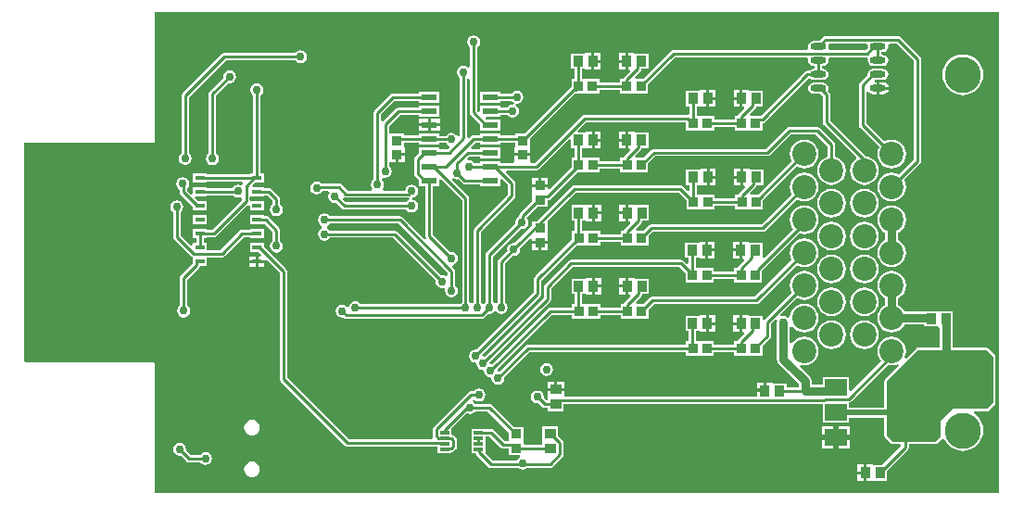
<source format=gbr>
%TF.GenerationSoftware,Altium Limited,Altium Designer,19.0.15 (446)*%
G04 Layer_Physical_Order=2*
G04 Layer_Color=16711680*
%FSLAX26Y26*%
%MOIN*%
%TF.FileFunction,Copper,L2,Bot,Signal*%
%TF.Part,Single*%
G01*
G75*
%TA.AperFunction,SMDPad,CuDef*%
%ADD10R,0.035433X0.039370*%
%ADD11R,0.039370X0.035433*%
%ADD20R,0.037402X0.033465*%
%ADD21R,0.033465X0.037402*%
%ADD22R,0.035000X0.016535*%
%ADD23R,0.057087X0.023622*%
%ADD24O,0.057087X0.023622*%
%TA.AperFunction,Conductor*%
%ADD30C,0.010000*%
%ADD32C,0.030000*%
%TA.AperFunction,ComponentPad*%
%ADD33C,0.129921*%
%ADD34C,0.086614*%
%TA.AperFunction,ViaPad*%
%ADD35C,0.030000*%
%TA.AperFunction,SMDPad,CuDef*%
%ADD36R,0.078740X0.059055*%
%ADD37R,0.078740X0.149606*%
%ADD38R,0.035433X0.011811*%
%TA.AperFunction,Conductor*%
%ADD39C,0.020000*%
G36*
X3989835Y10195D02*
X953039D01*
Y472440D01*
X952418Y475561D01*
X950650Y478208D01*
X948003Y479976D01*
X944882Y480597D01*
X487586D01*
X482637Y485546D01*
X482646Y1269403D01*
X944881D01*
X948003Y1270024D01*
X950649Y1271792D01*
X952417Y1274438D01*
X953038Y1277560D01*
Y1739805D01*
X3989835D01*
Y10195D01*
D02*
G37*
%LPC*%
G36*
X2555276Y1592677D02*
X2532559D01*
Y1567992D01*
X2555276D01*
Y1592677D01*
D02*
G37*
G36*
X2643622D02*
X2620905D01*
Y1567992D01*
X2643622D01*
Y1592677D01*
D02*
G37*
G36*
X1476378Y1602683D02*
X1467404Y1600898D01*
X1459796Y1595814D01*
X1457573Y1592487D01*
X1201280D01*
X1196207Y1591478D01*
X1191907Y1588605D01*
X1051639Y1448337D01*
X1048766Y1444037D01*
X1047757Y1438965D01*
Y1232504D01*
X1044430Y1230281D01*
X1039346Y1222673D01*
X1037561Y1213699D01*
X1039346Y1204724D01*
X1044430Y1197117D01*
X1052037Y1192033D01*
X1061012Y1190248D01*
X1069986Y1192033D01*
X1077594Y1197117D01*
X1082677Y1204724D01*
X1084462Y1213699D01*
X1082677Y1222673D01*
X1077594Y1230281D01*
X1074266Y1232504D01*
Y1433474D01*
X1206770Y1565978D01*
X1457573D01*
X1459796Y1562650D01*
X1467404Y1557567D01*
X1476378Y1555782D01*
X1485352Y1557567D01*
X1492960Y1562650D01*
X1498043Y1570258D01*
X1499829Y1579232D01*
X1498043Y1588207D01*
X1492960Y1595814D01*
X1485352Y1600898D01*
X1476378Y1602683D01*
D02*
G37*
G36*
X2643622Y1557992D02*
X2620905D01*
Y1533307D01*
X2643622D01*
Y1557992D01*
D02*
G37*
G36*
X2555276D02*
X2532559D01*
Y1533307D01*
X2555276D01*
Y1557992D01*
D02*
G37*
G36*
X1221306Y1531325D02*
X1212332Y1529540D01*
X1204724Y1524456D01*
X1199641Y1516848D01*
X1197856Y1507874D01*
X1198637Y1503949D01*
X1149332Y1454644D01*
X1146459Y1450344D01*
X1145450Y1445272D01*
Y1231404D01*
X1142122Y1229180D01*
X1137039Y1221573D01*
X1135254Y1212598D01*
X1137039Y1203624D01*
X1142122Y1196016D01*
X1149730Y1190933D01*
X1158704Y1189148D01*
X1167678Y1190933D01*
X1175286Y1196016D01*
X1180370Y1203624D01*
X1182155Y1212598D01*
X1180370Y1221573D01*
X1175286Y1229180D01*
X1171959Y1231404D01*
Y1439782D01*
X1217382Y1485204D01*
X1221306Y1484423D01*
X1230281Y1486208D01*
X1237889Y1491292D01*
X1242972Y1498900D01*
X1244757Y1507874D01*
X1242972Y1516848D01*
X1237889Y1524456D01*
X1230281Y1529540D01*
X1221306Y1531325D01*
D02*
G37*
G36*
X3569882Y1488577D02*
X3558150D01*
Y1471339D01*
X3591126D01*
X3590427Y1474849D01*
X3585607Y1482063D01*
X3578392Y1486884D01*
X3569882Y1488577D01*
D02*
G37*
G36*
X3591126Y1461339D02*
X3558150D01*
Y1444100D01*
X3569882D01*
X3578392Y1445793D01*
X3585607Y1450614D01*
X3590427Y1457828D01*
X3591126Y1461339D01*
D02*
G37*
G36*
X3569882Y1536538D02*
X3536417D01*
X3528687Y1535000D01*
X3522134Y1530621D01*
X3517756Y1524069D01*
X3516218Y1516339D01*
X3516459Y1515126D01*
X3488659Y1487325D01*
X3485786Y1483025D01*
X3484777Y1477953D01*
Y1333661D01*
X3485786Y1328589D01*
X3488659Y1324289D01*
X3557631Y1255317D01*
X3557546Y1255206D01*
X3552376Y1242725D01*
X3550612Y1229331D01*
X3552376Y1215937D01*
X3557546Y1203456D01*
X3565770Y1192738D01*
X3576487Y1184514D01*
X3588968Y1179344D01*
X3602362Y1177581D01*
X3615756Y1179344D01*
X3628237Y1184514D01*
X3638955Y1192738D01*
X3647179Y1203456D01*
X3652349Y1215937D01*
X3654112Y1229331D01*
X3652349Y1242725D01*
X3647179Y1255206D01*
X3638955Y1265923D01*
X3628237Y1274147D01*
X3615756Y1279317D01*
X3602362Y1281081D01*
X3588968Y1279317D01*
X3576487Y1274147D01*
X3576376Y1274062D01*
X3511286Y1339152D01*
Y1452091D01*
X3518286Y1454215D01*
X3520692Y1450614D01*
X3527907Y1445793D01*
X3536417Y1444100D01*
X3548150D01*
Y1466339D01*
Y1488577D01*
X3544039D01*
X3543262Y1489176D01*
X3540614Y1495577D01*
X3541178Y1496139D01*
X3569882D01*
X3577612Y1497677D01*
X3584165Y1502056D01*
X3588543Y1508609D01*
X3590081Y1516339D01*
X3588543Y1524069D01*
X3584165Y1530621D01*
X3577612Y1535000D01*
X3569882Y1536538D01*
D02*
G37*
G36*
X3858268Y1588077D02*
X3843965Y1586669D01*
X3830212Y1582497D01*
X3817537Y1575722D01*
X3806427Y1566604D01*
X3797310Y1555495D01*
X3790535Y1542820D01*
X3786363Y1529067D01*
X3784954Y1514764D01*
X3786363Y1500461D01*
X3790535Y1486708D01*
X3797310Y1474033D01*
X3806427Y1462923D01*
X3817537Y1453806D01*
X3830212Y1447031D01*
X3843965Y1442859D01*
X3858268Y1441450D01*
X3872570Y1442859D01*
X3886324Y1447031D01*
X3898999Y1453806D01*
X3910108Y1462923D01*
X3919226Y1474033D01*
X3926001Y1486708D01*
X3930173Y1500461D01*
X3931581Y1514764D01*
X3930173Y1529067D01*
X3926001Y1542820D01*
X3919226Y1555495D01*
X3910108Y1566604D01*
X3898999Y1575722D01*
X3886324Y1582497D01*
X3872570Y1586669D01*
X3858268Y1588077D01*
D02*
G37*
G36*
X1977520Y1356260D02*
X1943976D01*
Y1339449D01*
X1977520D01*
Y1356260D01*
D02*
G37*
G36*
X1933976D02*
X1900433D01*
Y1339449D01*
X1933976D01*
Y1356260D01*
D02*
G37*
G36*
X1977520Y1329449D02*
X1943976D01*
Y1312638D01*
X1977520D01*
Y1329449D01*
D02*
G37*
G36*
X1933976D02*
X1900433D01*
Y1312638D01*
X1933976D01*
Y1329449D01*
D02*
G37*
G36*
X2556260Y1309213D02*
X2533543D01*
Y1284528D01*
X2556260D01*
Y1309213D01*
D02*
G37*
G36*
X2644606D02*
X2621890D01*
Y1284528D01*
X2644606D01*
Y1309213D01*
D02*
G37*
G36*
Y1274528D02*
X2621890D01*
Y1249842D01*
X2644606D01*
Y1274528D01*
D02*
G37*
G36*
X2556260D02*
X2533543D01*
Y1249842D01*
X2556260D01*
Y1274528D01*
D02*
G37*
G36*
X1851535Y1222362D02*
X1827835D01*
Y1200630D01*
X1851535D01*
Y1222362D01*
D02*
G37*
G36*
X1318898Y1484081D02*
X1309923Y1482295D01*
X1302315Y1477212D01*
X1297232Y1469604D01*
X1295447Y1460630D01*
X1297232Y1451656D01*
X1302315Y1444048D01*
X1305643Y1441824D01*
Y1159378D01*
X1293398D01*
Y1156365D01*
X1139673D01*
Y1159378D01*
X1088673D01*
Y1126843D01*
X1139673D01*
Y1129856D01*
X1263670D01*
X1267989Y1122855D01*
X1266237Y1119204D01*
X1260943Y1117138D01*
X1251968Y1118923D01*
X1242994Y1117138D01*
X1235386Y1112054D01*
X1231585Y1106365D01*
X1139673D01*
Y1109378D01*
X1088673D01*
Y1087269D01*
X1082206Y1084590D01*
X1068740Y1098056D01*
Y1106212D01*
X1073324Y1113073D01*
X1075109Y1122047D01*
X1073324Y1131021D01*
X1068240Y1138629D01*
X1060632Y1143713D01*
X1051658Y1145498D01*
X1042684Y1143713D01*
X1035076Y1138629D01*
X1029993Y1131021D01*
X1028208Y1122047D01*
X1029993Y1113073D01*
X1035076Y1105465D01*
X1042230Y1100685D01*
Y1092566D01*
X1043239Y1087494D01*
X1046112Y1083194D01*
X1088673Y1040633D01*
Y1026843D01*
X1139673D01*
Y1059378D01*
X1107418D01*
X1096421Y1070375D01*
X1099100Y1076843D01*
X1139673D01*
Y1079856D01*
X1234741D01*
X1235386Y1078890D01*
X1242994Y1073807D01*
X1251968Y1072022D01*
X1258397Y1073301D01*
X1264678Y1069102D01*
X1265252Y1063524D01*
X1158092Y956365D01*
X1139673D01*
Y959378D01*
X1088673D01*
Y926843D01*
X1100918D01*
Y909378D01*
X1088673D01*
Y902349D01*
X1082206Y899670D01*
X1044751Y937125D01*
Y1020565D01*
X1048078Y1022788D01*
X1053162Y1030396D01*
X1054947Y1039370D01*
X1053162Y1048344D01*
X1048078Y1055952D01*
X1040470Y1061036D01*
X1031496Y1062821D01*
X1022522Y1061036D01*
X1014914Y1055952D01*
X1009831Y1048344D01*
X1008045Y1039370D01*
X1009831Y1030396D01*
X1014914Y1022788D01*
X1018241Y1020565D01*
Y931635D01*
X1019250Y926563D01*
X1022124Y922263D01*
X1081916Y862470D01*
X1086216Y859597D01*
X1088673Y859108D01*
Y841123D01*
X1088418Y839843D01*
Y836101D01*
X1045746Y793428D01*
X1042872Y789128D01*
X1041863Y784055D01*
Y684160D01*
X1038536Y681936D01*
X1033453Y674328D01*
X1031668Y665354D01*
X1033453Y656380D01*
X1038536Y648772D01*
X1046144Y643689D01*
X1055118Y641904D01*
X1064092Y643689D01*
X1071700Y648772D01*
X1076784Y656380D01*
X1078569Y665354D01*
X1076784Y674328D01*
X1071700Y681936D01*
X1068373Y684160D01*
Y778565D01*
X1111046Y821238D01*
X1113919Y825538D01*
X1114178Y826843D01*
X1139673D01*
Y858588D01*
X1194677D01*
X1199750Y859597D01*
X1204050Y862470D01*
X1271435Y929856D01*
X1293398D01*
Y926843D01*
X1344398D01*
Y959378D01*
X1293398D01*
Y956365D01*
X1265945D01*
X1260872Y955356D01*
X1256572Y952483D01*
X1189187Y885097D01*
X1139673D01*
Y909378D01*
X1127428D01*
Y926843D01*
X1139673D01*
Y929856D01*
X1163583D01*
X1168655Y930865D01*
X1172955Y933738D01*
X1286398Y1047180D01*
X1293398Y1044281D01*
Y1026843D01*
X1344398D01*
Y1059378D01*
X1300174D01*
X1293395Y1059493D01*
X1293223Y1066306D01*
Y1069915D01*
X1293398Y1076843D01*
X1344398D01*
Y1079856D01*
X1357108D01*
X1375525Y1061439D01*
Y1048333D01*
X1372197Y1046110D01*
X1367114Y1038502D01*
X1365329Y1029528D01*
X1367114Y1020553D01*
X1372197Y1012946D01*
X1379805Y1007862D01*
X1388780Y1006077D01*
X1397754Y1007862D01*
X1405362Y1012946D01*
X1410445Y1020553D01*
X1412230Y1029528D01*
X1410445Y1038502D01*
X1405362Y1046110D01*
X1402034Y1048333D01*
Y1066929D01*
X1401025Y1072002D01*
X1398152Y1076302D01*
X1371971Y1102483D01*
X1367671Y1105356D01*
X1362598Y1106365D01*
X1344398D01*
Y1109378D01*
X1303824D01*
X1301145Y1115845D01*
X1312143Y1126843D01*
X1344398D01*
Y1159378D01*
X1332152D01*
Y1441824D01*
X1335480Y1444048D01*
X1340563Y1451656D01*
X1342348Y1460630D01*
X1340563Y1469604D01*
X1335480Y1477212D01*
X1327872Y1482295D01*
X1318898Y1484081D01*
D02*
G37*
G36*
X2098425Y1655832D02*
X2089451Y1654047D01*
X2081843Y1648964D01*
X2076760Y1641356D01*
X2074975Y1632382D01*
X2076760Y1623408D01*
X2081843Y1615800D01*
X2085171Y1613576D01*
Y1544243D01*
X2083183Y1542809D01*
X2078171Y1541142D01*
X2071966Y1545287D01*
X2062992Y1547073D01*
X2054018Y1545287D01*
X2046410Y1540204D01*
X2041327Y1532596D01*
X2039542Y1523622D01*
X2041327Y1514648D01*
X2046410Y1507040D01*
X2049737Y1504817D01*
Y1296509D01*
X2046785Y1294335D01*
X2037986Y1295998D01*
X2036267Y1298570D01*
X2028659Y1303654D01*
X2019685Y1305439D01*
X2010711Y1303654D01*
X2003103Y1298570D01*
X2000880Y1295243D01*
X1975520D01*
Y1304260D01*
X1902433D01*
Y1297704D01*
X1849535D01*
Y1303276D01*
X1800767D01*
X1796134Y1303276D01*
X1793766Y1309295D01*
Y1330140D01*
X1834821Y1371194D01*
X1902433D01*
Y1364638D01*
X1975520D01*
Y1404260D01*
X1902433D01*
Y1397704D01*
X1829331D01*
X1829331Y1397704D01*
X1824258Y1396695D01*
X1819958Y1393821D01*
X1772766Y1346630D01*
X1766342Y1348742D01*
X1765766Y1349190D01*
Y1372850D01*
X1814110Y1421194D01*
X1902433D01*
Y1414638D01*
X1975520D01*
Y1454260D01*
X1902433D01*
Y1447704D01*
X1808620D01*
X1803548Y1446695D01*
X1799248Y1443821D01*
X1743139Y1387713D01*
X1740266Y1383413D01*
X1739257Y1378341D01*
Y1137900D01*
X1735930Y1135677D01*
X1730846Y1128069D01*
X1729061Y1119094D01*
X1730846Y1110120D01*
X1733971Y1105444D01*
X1730378Y1098444D01*
X1644711D01*
X1624089Y1119065D01*
X1619789Y1121939D01*
X1614716Y1122948D01*
X1550660D01*
X1550047Y1123866D01*
X1542439Y1128949D01*
X1533465Y1130734D01*
X1524490Y1128949D01*
X1516882Y1123866D01*
X1511799Y1116258D01*
X1510014Y1107284D01*
X1511799Y1098309D01*
X1516882Y1090701D01*
X1524490Y1085618D01*
X1533465Y1083833D01*
X1542439Y1085618D01*
X1550047Y1090701D01*
X1553880Y1096438D01*
X1576469D01*
X1580211Y1089438D01*
X1577744Y1085746D01*
X1575959Y1076772D01*
X1577744Y1067797D01*
X1582827Y1060190D01*
X1590435Y1055106D01*
X1599409Y1053321D01*
X1603334Y1054102D01*
X1624486Y1032950D01*
X1628786Y1030077D01*
X1633858Y1029068D01*
X1856195D01*
X1858418Y1025741D01*
X1866026Y1020657D01*
X1875000Y1018872D01*
X1883974Y1020657D01*
X1891582Y1025741D01*
X1896666Y1033349D01*
X1898451Y1042323D01*
X1896666Y1051297D01*
X1891582Y1058905D01*
X1883974Y1063988D01*
X1879386Y1064901D01*
X1877460Y1065495D01*
X1877234Y1065577D01*
X1877234Y1072466D01*
X1879573Y1072931D01*
X1883974Y1073807D01*
X1891582Y1078890D01*
X1896666Y1086498D01*
X1898451Y1095472D01*
X1896666Y1104447D01*
X1891582Y1112054D01*
X1883974Y1117138D01*
X1875000Y1118923D01*
X1866026Y1117138D01*
X1858418Y1112054D01*
X1853334Y1104447D01*
X1852140Y1098444D01*
X1774645D01*
X1771053Y1105444D01*
X1774177Y1110120D01*
X1775962Y1119094D01*
X1774177Y1128069D01*
X1769094Y1135677D01*
X1769347Y1139919D01*
X1776065Y1144757D01*
X1780512Y1143872D01*
X1789486Y1145657D01*
X1797094Y1150741D01*
X1802177Y1158349D01*
X1803962Y1167323D01*
X1802177Y1176297D01*
X1797094Y1183905D01*
X1793766Y1186128D01*
Y1193782D01*
X1794134Y1200630D01*
X1800767Y1200630D01*
X1817835D01*
Y1227362D01*
X1822835D01*
Y1232362D01*
X1851535D01*
Y1254094D01*
X1849535D01*
Y1271194D01*
X1902433D01*
Y1264638D01*
X1975520D01*
Y1268733D01*
X2000880D01*
X2003103Y1265406D01*
X2009669Y1261019D01*
X2012018Y1253469D01*
X2006253Y1247704D01*
X1975520D01*
Y1254260D01*
X1902433D01*
Y1233383D01*
X1888061Y1219010D01*
X1885187Y1214710D01*
X1884178Y1209638D01*
Y1159260D01*
X1885187Y1154187D01*
X1888061Y1149887D01*
X1902433Y1135515D01*
Y1114638D01*
X1925722D01*
Y935039D01*
X1926731Y929967D01*
X1929604Y925667D01*
X1924551Y920966D01*
X1844018Y1001499D01*
X1839718Y1004372D01*
X1834646Y1005381D01*
X1580813D01*
X1578590Y1008708D01*
X1570982Y1013792D01*
X1562008Y1015577D01*
X1553034Y1013792D01*
X1545426Y1008708D01*
X1540342Y1001100D01*
X1538557Y992126D01*
X1540342Y983152D01*
X1545426Y975544D01*
X1552721Y970669D01*
X1553034Y968492D01*
Y965563D01*
X1552721Y963386D01*
X1545426Y958511D01*
X1540342Y950903D01*
X1538557Y941929D01*
X1540342Y932955D01*
X1545426Y925347D01*
X1553034Y920264D01*
X1562008Y918479D01*
X1570982Y920264D01*
X1578590Y925347D01*
X1580813Y928674D01*
X1808352D01*
X1961582Y775445D01*
X1960801Y771520D01*
X1962586Y762545D01*
X1967670Y754938D01*
X1975278Y749854D01*
X1984252Y748069D01*
X1990723Y749356D01*
X1995977Y744656D01*
X1996384Y743888D01*
X1995250Y738189D01*
X1997035Y729215D01*
X2002119Y721607D01*
X2009727Y716524D01*
X2018701Y714738D01*
X2027675Y716524D01*
X2035283Y721607D01*
X2040366Y729215D01*
X2042151Y738189D01*
X2040366Y747163D01*
X2035283Y754771D01*
X2031956Y756994D01*
Y808071D01*
X2030947Y813143D01*
X2028073Y817443D01*
X2021427Y824090D01*
X2023731Y831685D01*
X2028659Y832665D01*
X2036267Y837749D01*
X2041351Y845356D01*
X2043136Y854331D01*
X2041351Y863305D01*
X2036267Y870913D01*
X2028659Y875996D01*
X2019685Y877781D01*
X2015760Y877001D01*
X1952231Y940530D01*
Y1114638D01*
X1975520D01*
Y1136747D01*
X1981987Y1139426D01*
X2056627Y1064785D01*
Y695971D01*
X2053300Y693747D01*
X2051405Y690912D01*
X1692362D01*
X1689810Y694732D01*
X1682203Y699815D01*
X1673228Y701600D01*
X1664254Y699815D01*
X1656646Y694732D01*
X1651563Y687124D01*
X1650484Y681702D01*
X1643053Y680224D01*
X1642566Y680952D01*
X1634958Y686036D01*
X1625984Y687821D01*
X1617010Y686036D01*
X1609402Y680952D01*
X1604319Y673344D01*
X1602534Y664370D01*
X1604319Y655396D01*
X1609402Y647788D01*
X1617010Y642705D01*
X1625984Y640919D01*
X1629909Y641700D01*
X1631816Y639793D01*
X1636117Y636920D01*
X1641189Y635911D01*
X2127184D01*
X2132256Y636920D01*
X2136556Y639793D01*
X2151259Y654495D01*
X2155184Y653715D01*
X2164158Y655500D01*
X2171766Y660583D01*
X2173009Y662444D01*
X2180009D01*
X2181253Y660583D01*
X2188860Y655500D01*
X2197835Y653715D01*
X2206809Y655500D01*
X2214417Y660583D01*
X2219500Y668191D01*
X2221285Y677165D01*
X2219500Y686140D01*
X2214417Y693747D01*
X2211089Y695971D01*
Y836045D01*
X2239185Y864141D01*
X2243110Y863360D01*
X2252084Y865145D01*
X2259692Y870229D01*
X2264776Y877837D01*
X2266561Y886811D01*
X2265780Y890736D01*
X2301446Y926402D01*
X2307913Y923723D01*
Y916417D01*
X2365315D01*
Y938150D01*
X2363315D01*
Y987331D01*
X2363315Y987331D01*
X2363315D01*
X2367435Y992390D01*
X2466120Y1091076D01*
X2836045D01*
X2865031Y1062090D01*
Y1029402D01*
X2909212D01*
X2914496Y1029401D01*
X2921496Y1029402D01*
X2965677D01*
Y1042848D01*
X3039244D01*
Y1029402D01*
X3083425D01*
X3088709Y1029401D01*
X3095709Y1029402D01*
X3139890D01*
Y1064058D01*
X3260858Y1185027D01*
X3261527Y1184514D01*
X3274008Y1179344D01*
X3287402Y1177581D01*
X3300795Y1179344D01*
X3313276Y1184514D01*
X3323994Y1192738D01*
X3332218Y1203456D01*
X3337388Y1215937D01*
X3339151Y1229331D01*
X3337388Y1242725D01*
X3332218Y1255206D01*
X3323994Y1265923D01*
X3313276Y1274147D01*
X3300795Y1279317D01*
X3287402Y1281081D01*
X3274008Y1279317D01*
X3261527Y1274147D01*
X3250809Y1265923D01*
X3242585Y1255206D01*
X3237415Y1242725D01*
X3235652Y1229331D01*
X3237415Y1215937D01*
X3242354Y1204013D01*
X3121145Y1082803D01*
X3095700D01*
X3092800Y1089803D01*
X3112798Y1109801D01*
X3115671Y1114101D01*
X3116443Y1117984D01*
X3141858D01*
Y1173354D01*
X3090709D01*
Y1175354D01*
X3067992D01*
Y1145669D01*
Y1115984D01*
X3072345D01*
X3075024Y1109517D01*
X3054604Y1089097D01*
X3051731Y1084797D01*
X3051334Y1082803D01*
X3039244D01*
Y1069357D01*
X2965677D01*
Y1082803D01*
X2921496D01*
X2916213Y1082803D01*
X2909212Y1082803D01*
X2902034D01*
Y1117984D01*
X2914213D01*
Y1115984D01*
X2936929D01*
Y1145669D01*
Y1175354D01*
X2914213D01*
Y1173354D01*
X2863063D01*
Y1117984D01*
X2875525D01*
Y1098232D01*
X2869057Y1095554D01*
X2850908Y1113703D01*
X2846608Y1116576D01*
X2841535Y1117585D01*
X2460630D01*
X2455557Y1116576D01*
X2451257Y1113703D01*
X2324885Y987331D01*
X2309913D01*
Y972359D01*
X2247035Y909481D01*
X2243110Y910262D01*
X2234136Y908476D01*
X2226528Y903393D01*
X2221445Y895785D01*
X2219660Y886811D01*
X2220440Y882886D01*
X2188462Y850908D01*
X2185589Y846608D01*
X2184580Y841535D01*
Y695971D01*
X2181253Y693747D01*
X2180490Y692606D01*
X2173468Y692154D01*
X2168438Y696994D01*
Y861308D01*
X2267729Y960598D01*
X2271653Y959817D01*
X2280628Y961602D01*
X2288236Y966686D01*
X2293319Y974293D01*
X2295104Y983268D01*
X2293319Y992242D01*
X2288735Y999102D01*
Y1000305D01*
X2328658Y1040228D01*
X2363315D01*
Y1063438D01*
X2365079D01*
X2370151Y1064447D01*
X2374451Y1067321D01*
X2470391Y1163260D01*
X2495827D01*
X2501110Y1163260D01*
X2508110Y1163260D01*
X2552291D01*
Y1176706D01*
X2625858D01*
Y1163260D01*
X2670039D01*
X2675323Y1163260D01*
X2682323Y1163260D01*
X2726504D01*
Y1195948D01*
X2752538Y1221982D01*
X3155512D01*
X3160584Y1222991D01*
X3164884Y1225864D01*
X3240727Y1301706D01*
X3327996D01*
X3372572Y1257130D01*
Y1220280D01*
X3372433Y1220262D01*
X3359952Y1215092D01*
X3349234Y1206868D01*
X3341010Y1196150D01*
X3335840Y1183669D01*
X3334077Y1170276D01*
X3335840Y1156882D01*
X3341010Y1144401D01*
X3349234Y1133683D01*
X3359952Y1125459D01*
X3372433Y1120289D01*
X3385827Y1118526D01*
X3399221Y1120289D01*
X3411702Y1125459D01*
X3422419Y1133683D01*
X3430643Y1144401D01*
X3435813Y1156882D01*
X3437577Y1170276D01*
X3435813Y1183669D01*
X3430643Y1196150D01*
X3422419Y1206868D01*
X3411702Y1215092D01*
X3399221Y1220262D01*
X3399081Y1220280D01*
Y1262620D01*
X3398073Y1267692D01*
X3395199Y1271993D01*
X3342859Y1324333D01*
X3338559Y1327206D01*
X3333486Y1328215D01*
X3235236D01*
X3230164Y1327206D01*
X3225864Y1324333D01*
X3150021Y1248491D01*
X2747047D01*
X2741975Y1247482D01*
X2737675Y1244609D01*
X2709727Y1216661D01*
X2682314D01*
X2679414Y1223661D01*
X2699412Y1243659D01*
X2702285Y1247959D01*
X2703057Y1251842D01*
X2728472D01*
Y1307213D01*
X2677323D01*
Y1309213D01*
X2654606D01*
Y1279528D01*
Y1249842D01*
X2658959D01*
X2661638Y1243375D01*
X2641218Y1222955D01*
X2638345Y1218655D01*
X2637948Y1216661D01*
X2625858D01*
Y1203215D01*
X2552291D01*
Y1216661D01*
X2508110D01*
X2502827Y1216661D01*
X2495827Y1216661D01*
X2488648D01*
Y1251842D01*
X2500827D01*
Y1249842D01*
X2523543D01*
Y1279528D01*
Y1309213D01*
X2500827D01*
Y1307213D01*
X2475183D01*
X2472505Y1313680D01*
X2503838Y1345013D01*
X2861636D01*
X2863063Y1343586D01*
Y1312866D01*
X2907244D01*
X2912528Y1312866D01*
X2919528Y1312866D01*
X2963709D01*
Y1326312D01*
X3037276D01*
Y1312866D01*
X3081457D01*
X3086740Y1312866D01*
X3093740Y1312866D01*
X3137921D01*
Y1340250D01*
X3141805Y1341022D01*
X3146105Y1343895D01*
X3301198Y1498988D01*
X3307568Y1502056D01*
X3314120Y1497677D01*
X3321850Y1496139D01*
X3355315D01*
X3363045Y1497677D01*
X3369598Y1502056D01*
X3373977Y1508609D01*
X3375514Y1516339D01*
X3373977Y1524069D01*
X3369598Y1530621D01*
X3363045Y1535000D01*
X3355315Y1536538D01*
X3351837D01*
Y1546139D01*
X3355315D01*
X3363045Y1547677D01*
X3369598Y1552056D01*
X3373977Y1558609D01*
X3375514Y1566339D01*
X3374570Y1571084D01*
X3379072Y1578084D01*
X3512020D01*
X3513738Y1576881D01*
X3515258Y1575185D01*
X3517281Y1571682D01*
X3516218Y1566339D01*
X3517756Y1558609D01*
X3522134Y1552056D01*
X3528687Y1547677D01*
X3536417Y1546139D01*
X3569882D01*
X3577612Y1547677D01*
X3584165Y1552056D01*
X3588543Y1558609D01*
X3590081Y1566339D01*
X3588543Y1574069D01*
X3584165Y1580621D01*
X3577612Y1585000D01*
X3569882Y1586538D01*
X3566404D01*
Y1596139D01*
X3569882D01*
X3577612Y1597677D01*
X3584165Y1602056D01*
X3588543Y1608609D01*
X3590081Y1616339D01*
X3589175Y1620895D01*
X3593765Y1627895D01*
X3621077D01*
X3682611Y1566361D01*
Y1210214D01*
X3628348Y1155952D01*
X3628237Y1156037D01*
X3615756Y1161207D01*
X3602362Y1162970D01*
X3588968Y1161207D01*
X3576487Y1156037D01*
X3565770Y1147813D01*
X3557546Y1137095D01*
X3552376Y1124614D01*
X3550612Y1111220D01*
X3552376Y1097827D01*
X3557546Y1085346D01*
X3565770Y1074628D01*
X3576487Y1066404D01*
X3588968Y1061234D01*
X3602362Y1059471D01*
X3615756Y1061234D01*
X3628237Y1066404D01*
X3638955Y1074628D01*
X3647179Y1085346D01*
X3652349Y1097827D01*
X3654112Y1111220D01*
X3652349Y1124614D01*
X3647179Y1137095D01*
X3647093Y1137207D01*
X3705238Y1195351D01*
X3708111Y1199652D01*
X3709120Y1204724D01*
Y1571851D01*
X3708111Y1576923D01*
X3705238Y1581223D01*
X3635939Y1650522D01*
X3631639Y1653395D01*
X3626567Y1654404D01*
X3363394D01*
X3363394Y1654404D01*
X3358321Y1653395D01*
X3354021Y1650522D01*
X3340037Y1636538D01*
X3321850D01*
X3314120Y1635000D01*
X3307568Y1630621D01*
X3303189Y1624069D01*
X3301651Y1616339D01*
X3302595Y1611593D01*
X3298094Y1604593D01*
X2816732D01*
X2811660Y1603584D01*
X2807360Y1600711D01*
X2706775Y1500126D01*
X2681329D01*
X2678430Y1507126D01*
X2698427Y1527124D01*
X2701301Y1531424D01*
X2702073Y1535307D01*
X2727488D01*
Y1590677D01*
X2676338D01*
Y1592677D01*
X2653622D01*
Y1562992D01*
Y1533307D01*
X2657975D01*
X2660654Y1526840D01*
X2640234Y1506420D01*
X2637361Y1502120D01*
X2636964Y1500126D01*
X2624874D01*
Y1486680D01*
X2551307D01*
Y1500126D01*
X2507126D01*
X2501843Y1500126D01*
X2494842Y1500126D01*
X2487664D01*
Y1535307D01*
X2499843D01*
Y1533307D01*
X2522559D01*
Y1562992D01*
Y1592677D01*
X2499843D01*
Y1590677D01*
X2448693D01*
Y1535307D01*
X2461155D01*
Y1500126D01*
X2450661D01*
Y1471277D01*
X2447399Y1469097D01*
X2281578Y1303276D01*
X2246921D01*
Y1297704D01*
X2195992D01*
Y1304260D01*
X2122905D01*
Y1297704D01*
X2099213D01*
X2094140Y1296695D01*
X2089840Y1293821D01*
X2083247Y1287228D01*
X2076247Y1290128D01*
Y1499365D01*
X2078171Y1500771D01*
X2085171Y1497217D01*
Y1378740D01*
X2086180Y1373668D01*
X2089053Y1369368D01*
X2122905Y1335515D01*
Y1314638D01*
X2195992D01*
Y1354260D01*
X2142975D01*
X2140243Y1357710D01*
X2143337Y1364638D01*
X2195992D01*
Y1371194D01*
X2219974D01*
X2222197Y1367867D01*
X2229805Y1362783D01*
X2238780Y1360998D01*
X2247754Y1362783D01*
X2255362Y1367867D01*
X2260445Y1375475D01*
X2262230Y1384449D01*
X2260445Y1393423D01*
X2255362Y1401031D01*
X2249684Y1404824D01*
X2252415Y1411418D01*
X2254528Y1410998D01*
X2263502Y1412783D01*
X2271110Y1417867D01*
X2276193Y1425475D01*
X2277978Y1434449D01*
X2276193Y1443423D01*
X2271110Y1451031D01*
X2263502Y1456114D01*
X2254528Y1457899D01*
X2245553Y1456114D01*
X2237945Y1451031D01*
X2235722Y1447704D01*
X2195992D01*
Y1454260D01*
X2122905D01*
Y1414638D01*
X2195992D01*
Y1421194D01*
X2235722D01*
X2237945Y1417867D01*
X2243623Y1414073D01*
X2240892Y1407479D01*
X2238780Y1407899D01*
X2229805Y1406114D01*
X2222197Y1401031D01*
X2219974Y1397704D01*
X2195992D01*
Y1404260D01*
X2122905D01*
Y1382151D01*
X2116438Y1379472D01*
X2111680Y1384230D01*
Y1613576D01*
X2115007Y1615800D01*
X2120091Y1623408D01*
X2121876Y1632382D01*
X2120091Y1641356D01*
X2115007Y1648964D01*
X2107399Y1654047D01*
X2098425Y1655832D01*
D02*
G37*
G36*
X2969646Y1175354D02*
X2946929D01*
Y1150669D01*
X2969646D01*
Y1175354D01*
D02*
G37*
G36*
X3057992D02*
X3035276D01*
Y1150669D01*
X3057992D01*
Y1175354D01*
D02*
G37*
G36*
X3355315Y1486538D02*
X3321850D01*
X3314120Y1485000D01*
X3307568Y1480621D01*
X3303189Y1474069D01*
X3301651Y1466339D01*
X3303189Y1458609D01*
X3307568Y1452056D01*
X3314120Y1447677D01*
X3321850Y1446139D01*
X3345477D01*
X3354856Y1436761D01*
Y1343504D01*
X3355865Y1338432D01*
X3358738Y1334131D01*
X3474147Y1218722D01*
X3473689Y1211737D01*
X3467344Y1206868D01*
X3459120Y1196150D01*
X3453950Y1183669D01*
X3452187Y1170276D01*
X3453950Y1156882D01*
X3459120Y1144401D01*
X3467344Y1133683D01*
X3478062Y1125459D01*
X3490543Y1120289D01*
X3503937Y1118526D01*
X3517331Y1120289D01*
X3529812Y1125459D01*
X3540530Y1133683D01*
X3548754Y1144401D01*
X3553923Y1156882D01*
X3555687Y1170276D01*
X3553923Y1183669D01*
X3548754Y1196150D01*
X3540530Y1206868D01*
X3529812Y1215092D01*
X3517331Y1220262D01*
X3509000Y1221359D01*
X3381365Y1348994D01*
Y1442250D01*
X3381365Y1442251D01*
X3380356Y1447323D01*
X3377483Y1451623D01*
X3372583Y1456523D01*
X3373977Y1458609D01*
X3375514Y1466339D01*
X3373977Y1474069D01*
X3369598Y1480621D01*
X3363045Y1485000D01*
X3355315Y1486538D01*
D02*
G37*
G36*
X3057992Y1140669D02*
X3035276D01*
Y1115984D01*
X3057992D01*
Y1140669D01*
D02*
G37*
G36*
X2969646D02*
X2946929D01*
Y1115984D01*
X2969646D01*
Y1140669D01*
D02*
G37*
G36*
X3287402Y1162970D02*
X3274008Y1161207D01*
X3261527Y1156037D01*
X3250809Y1147813D01*
X3242585Y1137095D01*
X3237415Y1124614D01*
X3235652Y1111220D01*
X3237415Y1097827D01*
X3242585Y1085346D01*
X3242670Y1085234D01*
X3133289Y975853D01*
X2737205D01*
X2732133Y974844D01*
X2727832Y971971D01*
X2710712Y954850D01*
X2683298D01*
X2680399Y961850D01*
X2700396Y981848D01*
X2703269Y986148D01*
X2704042Y990032D01*
X2729457D01*
Y1045401D01*
X2678307D01*
Y1047401D01*
X2655591D01*
Y1017716D01*
Y988032D01*
X2659944D01*
X2662622Y981564D01*
X2642202Y961144D01*
X2639329Y956844D01*
X2638933Y954850D01*
X2626843D01*
Y941404D01*
X2553276D01*
Y954850D01*
X2509095D01*
X2503811Y954851D01*
X2496811Y954850D01*
X2489633D01*
Y990032D01*
X2501811D01*
Y988032D01*
X2524528D01*
Y1017716D01*
Y1047401D01*
X2501811D01*
Y1045401D01*
X2450662D01*
Y990032D01*
X2463123D01*
Y954850D01*
X2452630D01*
Y922162D01*
X2320352Y789884D01*
X2317479Y785584D01*
X2316470Y780512D01*
Y732852D01*
X2109240Y525623D01*
X2105315Y526403D01*
X2096341Y524618D01*
X2088733Y519535D01*
X2083650Y511927D01*
X2081865Y502953D01*
X2083650Y493979D01*
X2088733Y486371D01*
X2096341Y481287D01*
X2105315Y479502D01*
X2109316Y473161D01*
X2110520Y467108D01*
X2115603Y459501D01*
X2123211Y454417D01*
X2129263Y453213D01*
X2133508Y450535D01*
X2136186Y446291D01*
X2137390Y440238D01*
X2142473Y432630D01*
X2150081Y427547D01*
X2156133Y426343D01*
X2162475Y422342D01*
X2164260Y413368D01*
X2169343Y405760D01*
X2176951Y400677D01*
X2185925Y398892D01*
X2194900Y400677D01*
X2202508Y405760D01*
X2207591Y413368D01*
X2209376Y422342D01*
X2208595Y426267D01*
X2299585Y517257D01*
X2862079D01*
Y503811D01*
X2906260D01*
X2911543Y503811D01*
X2918544Y503811D01*
X2962724D01*
Y517257D01*
X3036291D01*
Y503811D01*
X3080472D01*
X3085756Y503811D01*
X3092756Y503811D01*
X3136937D01*
Y538468D01*
X3163900Y565431D01*
X3166773Y569731D01*
X3167782Y574803D01*
Y618525D01*
X3184858Y635602D01*
X3185536Y635310D01*
X3190632Y631475D01*
X3189148Y624016D01*
Y491142D01*
X3190933Y482168D01*
X3196016Y474560D01*
X3267888Y402688D01*
Y390223D01*
X3224535D01*
Y404654D01*
X3173386D01*
Y406654D01*
X3150669D01*
Y376969D01*
X3145669D01*
Y371969D01*
X3117953D01*
Y355696D01*
X2423386D01*
Y377874D01*
X2393701D01*
X2364016D01*
Y355158D01*
X2366016D01*
Y344923D01*
X2359016Y343784D01*
X2350426Y352374D01*
X2351206Y356299D01*
X2349421Y365273D01*
X2344338Y372881D01*
X2336730Y377965D01*
X2327756Y379750D01*
X2318782Y377965D01*
X2311174Y372881D01*
X2306090Y365273D01*
X2304305Y356299D01*
X2306090Y347325D01*
X2311174Y339717D01*
X2318782Y334634D01*
X2327756Y332849D01*
X2331681Y333629D01*
X2344958Y320352D01*
X2349258Y317479D01*
X2354331Y316470D01*
X2366016D01*
Y304008D01*
X2421386D01*
Y329186D01*
X3355189D01*
Y262669D01*
X3449929D01*
Y281844D01*
X3576489D01*
Y217588D01*
X3576489Y217587D01*
X3577110Y214466D01*
X3578878Y211819D01*
X3578878Y211819D01*
X3602567Y188130D01*
X3602568Y188130D01*
X3605214Y186362D01*
X3608335Y185741D01*
X3608336Y185741D01*
X3632637D01*
X3635389Y178741D01*
X3567011Y110362D01*
X3534606D01*
Y112362D01*
X3511890D01*
Y82677D01*
Y52992D01*
X3534606D01*
Y54992D01*
X3585756D01*
Y91617D01*
X3659963Y165824D01*
X3662836Y170125D01*
X3663845Y175197D01*
Y185741D01*
X3759842D01*
X3759842Y185741D01*
X3762964Y186362D01*
X3765610Y188130D01*
X3765610Y188130D01*
X3783555Y206075D01*
X3785614Y206401D01*
X3789658Y205840D01*
X3791759Y204889D01*
X3797310Y194505D01*
X3806427Y183396D01*
X3817537Y174278D01*
X3830212Y167503D01*
X3843965Y163331D01*
X3858268Y161923D01*
X3872570Y163331D01*
X3886324Y167503D01*
X3898999Y174278D01*
X3910108Y183396D01*
X3919226Y194505D01*
X3926001Y207180D01*
X3930173Y220933D01*
X3931581Y235236D01*
X3930173Y249539D01*
X3926001Y263292D01*
X3919226Y275967D01*
X3910108Y287077D01*
X3898999Y296194D01*
X3897769Y296851D01*
X3899523Y303851D01*
X3945866Y303851D01*
X3945866Y303851D01*
X3948988Y304472D01*
X3951634Y306240D01*
X3951634Y306241D01*
X3973287Y327893D01*
X3973287Y327894D01*
X3975055Y330540D01*
X3975676Y333661D01*
X3975676Y333662D01*
X3975676Y500000D01*
X3975676Y500000D01*
X3975055Y503122D01*
X3973287Y505768D01*
X3973287Y505768D01*
X3948681Y530374D01*
X3948681Y530374D01*
X3946035Y532142D01*
X3942913Y532763D01*
X3942913Y532763D01*
X3820695Y532763D01*
Y609126D01*
X3822961D01*
Y664496D01*
X3776811D01*
X3771528Y664496D01*
X3764528Y664496D01*
X3718378D01*
Y662230D01*
X3648183D01*
X3647179Y664654D01*
X3638955Y675372D01*
X3628237Y683596D01*
X3625813Y684600D01*
Y711069D01*
X3628237Y712073D01*
X3638955Y720297D01*
X3647179Y731015D01*
X3652349Y743496D01*
X3654112Y756890D01*
X3652349Y770284D01*
X3647179Y782765D01*
X3638955Y793482D01*
X3628237Y801706D01*
X3615756Y806876D01*
X3602362Y808639D01*
X3588968Y806876D01*
X3576487Y801706D01*
X3565770Y793482D01*
X3557546Y782765D01*
X3552376Y770284D01*
X3550612Y756890D01*
X3552376Y743496D01*
X3557546Y731015D01*
X3565770Y720297D01*
X3576487Y712073D01*
X3578912Y711069D01*
Y684600D01*
X3576487Y683596D01*
X3565770Y675372D01*
X3557546Y664654D01*
X3552376Y652173D01*
X3550612Y638779D01*
X3552376Y625386D01*
X3557546Y612905D01*
X3565770Y602187D01*
X3576487Y593963D01*
X3588968Y588793D01*
X3602362Y587030D01*
X3615756Y588793D01*
X3628237Y593963D01*
X3638955Y602187D01*
X3647179Y612905D01*
X3648183Y615329D01*
X3718378D01*
Y609126D01*
X3764528D01*
X3769811Y609126D01*
X3773794Y603776D01*
Y532763D01*
X3695866Y532763D01*
X3695866Y532763D01*
X3692744Y532142D01*
X3690098Y530374D01*
X3654923Y495199D01*
X3648989Y499164D01*
X3652349Y507276D01*
X3654112Y520669D01*
X3652349Y534063D01*
X3647179Y546544D01*
X3638955Y557262D01*
X3628237Y565486D01*
X3615756Y570656D01*
X3602362Y572419D01*
X3588968Y570656D01*
X3576487Y565486D01*
X3565770Y557262D01*
X3557546Y546544D01*
X3552376Y534063D01*
X3550612Y520669D01*
X3552376Y507276D01*
X3557546Y494794D01*
X3565186Y484837D01*
X3456396Y376048D01*
X3449929Y378727D01*
Y428276D01*
X3355189D01*
Y400419D01*
X3314789D01*
Y412401D01*
X3314789Y412402D01*
X3313004Y421376D01*
X3307921Y428984D01*
X3307920Y428984D01*
X3273172Y463732D01*
X3276441Y470362D01*
X3287402Y468920D01*
X3300795Y470683D01*
X3313276Y475853D01*
X3323994Y484077D01*
X3332218Y494794D01*
X3337388Y507276D01*
X3339151Y520669D01*
X3337388Y534063D01*
X3332218Y546544D01*
X3323994Y557262D01*
X3313276Y565486D01*
X3300795Y570656D01*
X3287402Y572419D01*
X3274008Y570656D01*
X3261527Y565486D01*
X3250809Y557262D01*
X3246878Y552139D01*
X3237385Y550999D01*
X3236049Y552055D01*
Y607394D01*
X3237385Y608450D01*
X3246878Y607310D01*
X3250809Y602187D01*
X3261527Y593963D01*
X3274008Y588793D01*
X3287402Y587030D01*
X3300795Y588793D01*
X3313276Y593963D01*
X3323994Y602187D01*
X3332218Y612905D01*
X3337388Y625386D01*
X3339151Y638779D01*
X3337388Y652173D01*
X3332218Y664654D01*
X3323994Y675372D01*
X3313276Y683596D01*
X3300795Y688766D01*
X3287402Y690529D01*
X3274008Y688766D01*
X3261527Y683596D01*
X3250809Y675372D01*
X3242585Y664654D01*
X3237415Y652173D01*
X3236172Y642734D01*
X3229180Y640598D01*
X3221573Y645681D01*
X3212598Y647466D01*
X3205139Y645983D01*
X3201304Y651078D01*
X3201013Y651756D01*
X3261415Y712159D01*
X3261527Y712073D01*
X3274008Y706903D01*
X3287402Y705140D01*
X3300795Y706903D01*
X3313276Y712073D01*
X3323994Y720297D01*
X3332218Y731015D01*
X3337388Y743496D01*
X3339151Y756890D01*
X3337388Y770284D01*
X3332218Y782765D01*
X3323994Y793482D01*
X3313276Y801706D01*
X3300795Y806876D01*
X3287402Y808639D01*
X3274008Y806876D01*
X3261527Y801706D01*
X3250809Y793482D01*
X3242585Y782765D01*
X3237415Y770284D01*
X3235652Y756890D01*
X3237415Y743496D01*
X3242585Y731015D01*
X3242670Y730904D01*
X3145905Y634139D01*
X3142806Y634609D01*
X3138905Y636635D01*
Y647764D01*
X3087756D01*
Y649764D01*
X3065039D01*
Y620079D01*
Y590394D01*
X3069392D01*
X3072071Y583927D01*
X3051651Y563506D01*
X3048778Y559206D01*
X3048381Y557213D01*
X3036291D01*
Y543766D01*
X2962724D01*
Y557213D01*
X2918544D01*
X2913260Y557213D01*
X2906260Y557213D01*
X2899081D01*
Y592394D01*
X2911260D01*
Y590394D01*
X2933977D01*
Y620079D01*
Y649764D01*
X2911260D01*
Y647764D01*
X2860110D01*
Y592394D01*
X2872572D01*
Y557213D01*
X2862079D01*
Y543766D01*
X2294095D01*
X2289022Y542758D01*
X2284722Y539884D01*
X2191394Y446556D01*
X2184957Y448244D01*
X2183269Y454681D01*
X2379703Y651115D01*
X2452630D01*
Y637669D01*
X2496811D01*
X2502095Y637669D01*
X2509095Y637669D01*
X2553276D01*
Y651115D01*
X2626843D01*
Y637669D01*
X2671024D01*
X2676307Y637669D01*
X2683307Y637669D01*
X2727488D01*
Y670357D01*
X2746632Y689501D01*
X3115157D01*
X3120230Y690510D01*
X3124530Y693383D01*
X3261415Y830269D01*
X3261527Y830183D01*
X3274008Y825014D01*
X3287402Y823250D01*
X3300795Y825014D01*
X3313276Y830183D01*
X3323994Y838407D01*
X3332218Y849125D01*
X3337388Y861606D01*
X3339151Y875000D01*
X3337388Y888394D01*
X3332218Y900875D01*
X3323994Y911593D01*
X3313276Y919817D01*
X3300795Y924986D01*
X3287402Y926750D01*
X3274008Y924986D01*
X3261527Y919817D01*
X3250809Y911593D01*
X3242585Y900875D01*
X3237415Y888394D01*
X3235652Y875000D01*
X3237415Y861606D01*
X3242585Y849125D01*
X3242670Y849014D01*
X3109667Y716011D01*
X2741142D01*
X2736069Y715002D01*
X2731769Y712128D01*
X2710712Y691071D01*
X2683298D01*
X2680399Y698071D01*
X2700396Y718068D01*
X2703269Y722369D01*
X2704042Y726252D01*
X2729457D01*
Y781622D01*
X2678307D01*
Y783622D01*
X2655590D01*
Y753937D01*
Y724252D01*
X2659944D01*
X2662622Y717785D01*
X2642202Y697365D01*
X2639329Y693065D01*
X2638933Y691071D01*
X2626843D01*
Y677625D01*
X2553276D01*
Y691071D01*
X2509095D01*
X2503811Y691071D01*
X2496811Y691071D01*
X2489633D01*
Y726252D01*
X2501811D01*
Y724252D01*
X2524528D01*
Y753937D01*
Y783622D01*
X2501811D01*
Y781622D01*
X2450662D01*
Y726252D01*
X2463123D01*
Y691071D01*
X2452630D01*
Y677625D01*
X2374213D01*
X2369140Y676616D01*
X2364840Y673743D01*
X2164524Y473426D01*
X2158087Y475115D01*
X2156398Y481551D01*
X2373546Y698698D01*
X2376419Y702998D01*
X2377428Y708071D01*
Y745494D01*
X2454309Y822375D01*
X2838998D01*
X2861095Y800279D01*
Y767591D01*
X2905276D01*
X2910559Y767590D01*
X2917559Y767591D01*
X2961740D01*
Y781037D01*
X3035307D01*
Y767591D01*
X3079488D01*
X3084772Y767590D01*
X3091772Y767591D01*
X3135953D01*
Y804743D01*
X3136207Y806024D01*
Y809392D01*
X3271131Y944315D01*
X3274008Y943124D01*
X3287402Y941360D01*
X3300795Y943124D01*
X3313276Y948294D01*
X3323994Y956518D01*
X3332218Y967235D01*
X3337388Y979716D01*
X3339151Y993110D01*
X3337388Y1006504D01*
X3332218Y1018985D01*
X3323994Y1029703D01*
X3313276Y1037927D01*
X3300795Y1043097D01*
X3287402Y1044860D01*
X3274008Y1043097D01*
X3261527Y1037927D01*
X3250809Y1029703D01*
X3242585Y1018985D01*
X3237415Y1006504D01*
X3235652Y993110D01*
X3237415Y979716D01*
X3242585Y967235D01*
X3248653Y959327D01*
X3144513Y855187D01*
X3137921Y858495D01*
X3137921Y862212D01*
Y911543D01*
X3086772D01*
Y913543D01*
X3064055D01*
Y883858D01*
Y854173D01*
X3068408D01*
X3071087Y847706D01*
X3050667Y827286D01*
X3047794Y822986D01*
X3047397Y820992D01*
X3035307D01*
Y807546D01*
X2961740D01*
Y820992D01*
X2917559D01*
X2912276Y820992D01*
X2905276Y820992D01*
X2898097D01*
Y856173D01*
X2910276D01*
Y854173D01*
X2932992D01*
Y883858D01*
Y913543D01*
X2910276D01*
Y911543D01*
X2859126D01*
Y856173D01*
X2871588D01*
Y836421D01*
X2865121Y833742D01*
X2853861Y845002D01*
X2849561Y847876D01*
X2844488Y848885D01*
X2448819D01*
X2443747Y847876D01*
X2439446Y845002D01*
X2354801Y760357D01*
X2351927Y756057D01*
X2350919Y750984D01*
Y713561D01*
X2137653Y500296D01*
X2131217Y501985D01*
X2129528Y508421D01*
X2339097Y717990D01*
X2341970Y722290D01*
X2342979Y727362D01*
Y775021D01*
X2469407Y901449D01*
X2496811D01*
X2502095Y901449D01*
X2509095Y901449D01*
X2553276D01*
Y914895D01*
X2626843D01*
Y901449D01*
X2671024D01*
X2676307Y901449D01*
X2683307Y901449D01*
X2727488D01*
Y934137D01*
X2742695Y949344D01*
X3138780D01*
X3143852Y950353D01*
X3148152Y953226D01*
X3261415Y1066489D01*
X3261527Y1066404D01*
X3274008Y1061234D01*
X3287402Y1059471D01*
X3300795Y1061234D01*
X3313276Y1066404D01*
X3323994Y1074628D01*
X3332218Y1085346D01*
X3337388Y1097827D01*
X3339151Y1111220D01*
X3337388Y1124614D01*
X3332218Y1137095D01*
X3323994Y1147813D01*
X3313276Y1156037D01*
X3300795Y1161207D01*
X3287402Y1162970D01*
D02*
G37*
G36*
X2557244Y1047401D02*
X2534528D01*
Y1022716D01*
X2557244D01*
Y1047401D01*
D02*
G37*
G36*
X2645591D02*
X2622874D01*
Y1022716D01*
X2645591D01*
Y1047401D01*
D02*
G37*
G36*
X3503937Y1103915D02*
X3490543Y1102152D01*
X3478062Y1096982D01*
X3467344Y1088758D01*
X3459120Y1078040D01*
X3453950Y1065559D01*
X3452187Y1052165D01*
X3453950Y1038772D01*
X3459120Y1026290D01*
X3467344Y1015573D01*
X3478062Y1007349D01*
X3490543Y1002179D01*
X3503937Y1000415D01*
X3517331Y1002179D01*
X3529812Y1007349D01*
X3540530Y1015573D01*
X3548754Y1026290D01*
X3553923Y1038772D01*
X3555687Y1052165D01*
X3553923Y1065559D01*
X3548754Y1078040D01*
X3540530Y1088758D01*
X3529812Y1096982D01*
X3517331Y1102152D01*
X3503937Y1103915D01*
D02*
G37*
G36*
X3385827D02*
X3372433Y1102152D01*
X3359952Y1096982D01*
X3349234Y1088758D01*
X3341010Y1078040D01*
X3335840Y1065559D01*
X3334077Y1052165D01*
X3335840Y1038772D01*
X3341010Y1026290D01*
X3349234Y1015573D01*
X3359952Y1007349D01*
X3372433Y1002179D01*
X3385827Y1000415D01*
X3399221Y1002179D01*
X3411702Y1007349D01*
X3422419Y1015573D01*
X3430643Y1026290D01*
X3435813Y1038772D01*
X3437577Y1052165D01*
X3435813Y1065559D01*
X3430643Y1078040D01*
X3422419Y1088758D01*
X3411702Y1096982D01*
X3399221Y1102152D01*
X3385827Y1103915D01*
D02*
G37*
G36*
X2645591Y1012716D02*
X2622874D01*
Y988032D01*
X2645591D01*
Y1012716D01*
D02*
G37*
G36*
X2557244D02*
X2534528D01*
Y988032D01*
X2557244D01*
Y1012716D01*
D02*
G37*
G36*
X1139673Y1009378D02*
X1088673D01*
Y976843D01*
X1139673D01*
Y1009378D01*
D02*
G37*
G36*
X2965709Y913543D02*
X2942992D01*
Y888858D01*
X2965709D01*
Y913543D01*
D02*
G37*
G36*
X3054055D02*
X3031339D01*
Y888858D01*
X3054055D01*
Y913543D01*
D02*
G37*
G36*
X2365315Y906417D02*
X2341614D01*
Y884685D01*
X2365315D01*
Y906417D01*
D02*
G37*
G36*
X2331614D02*
X2307913D01*
Y884685D01*
X2331614D01*
Y906417D01*
D02*
G37*
G36*
X3503937Y985805D02*
X3490543Y984042D01*
X3478062Y978872D01*
X3467344Y970648D01*
X3459120Y959930D01*
X3453950Y947449D01*
X3452187Y934055D01*
X3453950Y920661D01*
X3459120Y908180D01*
X3467344Y897462D01*
X3478062Y889239D01*
X3490543Y884069D01*
X3503937Y882305D01*
X3517331Y884069D01*
X3529812Y889239D01*
X3540530Y897462D01*
X3548754Y908180D01*
X3553923Y920661D01*
X3555687Y934055D01*
X3553923Y947449D01*
X3548754Y959930D01*
X3540530Y970648D01*
X3529812Y978872D01*
X3517331Y984042D01*
X3503937Y985805D01*
D02*
G37*
G36*
X3385827D02*
X3372433Y984042D01*
X3359952Y978872D01*
X3349234Y970648D01*
X3341010Y959930D01*
X3335840Y947449D01*
X3334077Y934055D01*
X3335840Y920661D01*
X3341010Y908180D01*
X3349234Y897462D01*
X3359952Y889239D01*
X3372433Y884069D01*
X3385827Y882305D01*
X3399221Y884069D01*
X3411702Y889239D01*
X3422419Y897462D01*
X3430643Y908180D01*
X3435813Y920661D01*
X3437577Y934055D01*
X3435813Y947449D01*
X3430643Y959930D01*
X3422419Y970648D01*
X3411702Y978872D01*
X3399221Y984042D01*
X3385827Y985805D01*
D02*
G37*
G36*
X1344398Y1009378D02*
X1293398D01*
Y976843D01*
X1344398D01*
Y976842D01*
X1350672Y975091D01*
X1376509Y949254D01*
Y917427D01*
X1373182Y915204D01*
X1368098Y907596D01*
X1366313Y898622D01*
X1368098Y889648D01*
X1373182Y882040D01*
X1380790Y876957D01*
X1389764Y875171D01*
X1398738Y876957D01*
X1406346Y882040D01*
X1411429Y889648D01*
X1413214Y898622D01*
X1411429Y907596D01*
X1406346Y915204D01*
X1403018Y917427D01*
Y954744D01*
X1402009Y959817D01*
X1399136Y964117D01*
X1360770Y1002483D01*
X1356470Y1005356D01*
X1351398Y1006365D01*
X1344398D01*
Y1009378D01*
D02*
G37*
G36*
X3054055Y878858D02*
X3031339D01*
Y854173D01*
X3054055D01*
Y878858D01*
D02*
G37*
G36*
X2965709D02*
X2942992D01*
Y854173D01*
X2965709D01*
Y878858D01*
D02*
G37*
G36*
X1313898Y861378D02*
X1291398D01*
Y848110D01*
X1313898D01*
Y861378D01*
D02*
G37*
G36*
X1346398Y838110D02*
X1323898D01*
Y824843D01*
X1346398D01*
Y838110D01*
D02*
G37*
G36*
X1313898D02*
X1291398D01*
Y824843D01*
X1313898D01*
Y838110D01*
D02*
G37*
G36*
X3602362Y1044860D02*
X3588968Y1043097D01*
X3576487Y1037927D01*
X3565770Y1029703D01*
X3557546Y1018985D01*
X3552376Y1006504D01*
X3550612Y993110D01*
X3552376Y979716D01*
X3557546Y967235D01*
X3565770Y956518D01*
X3576487Y948294D01*
X3578912Y947289D01*
Y920821D01*
X3576487Y919817D01*
X3565770Y911593D01*
X3557546Y900875D01*
X3552376Y888394D01*
X3550612Y875000D01*
X3552376Y861606D01*
X3557546Y849125D01*
X3565770Y838407D01*
X3576487Y830183D01*
X3588968Y825014D01*
X3602362Y823250D01*
X3615756Y825014D01*
X3628237Y830183D01*
X3638955Y838407D01*
X3647179Y849125D01*
X3652349Y861606D01*
X3654112Y875000D01*
X3652349Y888394D01*
X3647179Y900875D01*
X3638955Y911593D01*
X3628237Y919817D01*
X3625813Y920821D01*
Y947289D01*
X3628237Y948294D01*
X3638955Y956518D01*
X3647179Y967235D01*
X3652349Y979716D01*
X3654112Y993110D01*
X3652349Y1006504D01*
X3647179Y1018985D01*
X3638955Y1029703D01*
X3628237Y1037927D01*
X3615756Y1043097D01*
X3602362Y1044860D01*
D02*
G37*
G36*
X3503937Y867695D02*
X3490543Y865931D01*
X3478062Y860761D01*
X3467344Y852538D01*
X3459120Y841820D01*
X3453950Y829339D01*
X3452187Y815945D01*
X3453950Y802551D01*
X3459120Y790070D01*
X3467344Y779352D01*
X3478062Y771128D01*
X3490543Y765958D01*
X3503937Y764195D01*
X3517331Y765958D01*
X3529812Y771128D01*
X3540530Y779352D01*
X3548754Y790070D01*
X3553923Y802551D01*
X3555687Y815945D01*
X3553923Y829339D01*
X3548754Y841820D01*
X3540530Y852538D01*
X3529812Y860761D01*
X3517331Y865931D01*
X3503937Y867695D01*
D02*
G37*
G36*
X3385827D02*
X3372433Y865931D01*
X3359952Y860761D01*
X3349234Y852538D01*
X3341010Y841820D01*
X3335840Y829339D01*
X3334077Y815945D01*
X3335840Y802551D01*
X3341010Y790070D01*
X3349234Y779352D01*
X3359952Y771128D01*
X3372433Y765958D01*
X3385827Y764195D01*
X3399221Y765958D01*
X3411702Y771128D01*
X3422419Y779352D01*
X3430643Y790070D01*
X3435813Y802551D01*
X3437577Y815945D01*
X3435813Y829339D01*
X3430643Y841820D01*
X3422419Y852538D01*
X3411702Y860761D01*
X3399221Y865931D01*
X3385827Y867695D01*
D02*
G37*
G36*
X2557244Y783622D02*
X2534528D01*
Y758937D01*
X2557244D01*
Y783622D01*
D02*
G37*
G36*
X2645590D02*
X2622874D01*
Y758937D01*
X2645590D01*
Y783622D01*
D02*
G37*
G36*
Y748937D02*
X2622874D01*
Y724252D01*
X2645590D01*
Y748937D01*
D02*
G37*
G36*
X2557244D02*
X2534528D01*
Y724252D01*
X2557244D01*
Y748937D01*
D02*
G37*
G36*
X3503937Y749584D02*
X3490543Y747821D01*
X3478062Y742651D01*
X3467344Y734427D01*
X3459120Y723710D01*
X3453950Y711228D01*
X3452187Y697835D01*
X3453950Y684441D01*
X3459120Y671960D01*
X3467344Y661242D01*
X3478062Y653018D01*
X3490543Y647848D01*
X3503937Y646085D01*
X3517331Y647848D01*
X3529812Y653018D01*
X3540530Y661242D01*
X3548754Y671960D01*
X3553923Y684441D01*
X3555687Y697835D01*
X3553923Y711228D01*
X3548754Y723710D01*
X3540530Y734427D01*
X3529812Y742651D01*
X3517331Y747821D01*
X3503937Y749584D01*
D02*
G37*
G36*
X3385827D02*
X3372433Y747821D01*
X3359952Y742651D01*
X3349234Y734427D01*
X3341010Y723710D01*
X3335840Y711228D01*
X3334077Y697835D01*
X3335840Y684441D01*
X3341010Y671960D01*
X3349234Y661242D01*
X3359952Y653018D01*
X3372433Y647848D01*
X3385827Y646085D01*
X3399221Y647848D01*
X3411702Y653018D01*
X3422419Y661242D01*
X3430643Y671960D01*
X3435813Y684441D01*
X3437577Y697835D01*
X3435813Y711228D01*
X3430643Y723710D01*
X3422419Y734427D01*
X3411702Y742651D01*
X3399221Y747821D01*
X3385827Y749584D01*
D02*
G37*
G36*
X2966693Y649764D02*
X2943977D01*
Y625079D01*
X2966693D01*
Y649764D01*
D02*
G37*
G36*
X3055039D02*
X3032323D01*
Y625079D01*
X3055039D01*
Y649764D01*
D02*
G37*
G36*
Y615079D02*
X3032323D01*
Y590394D01*
X3055039D01*
Y615079D01*
D02*
G37*
G36*
X2966693D02*
X2943977D01*
Y590394D01*
X2966693D01*
Y615079D01*
D02*
G37*
G36*
X3503937Y631474D02*
X3490543Y629711D01*
X3478062Y624541D01*
X3467344Y616317D01*
X3459120Y605599D01*
X3453950Y593118D01*
X3452187Y579724D01*
X3453950Y566331D01*
X3459120Y553850D01*
X3467344Y543132D01*
X3478062Y534908D01*
X3490543Y529738D01*
X3503937Y527975D01*
X3517331Y529738D01*
X3529812Y534908D01*
X3540530Y543132D01*
X3548754Y553850D01*
X3553923Y566331D01*
X3555687Y579724D01*
X3553923Y593118D01*
X3548754Y605599D01*
X3540530Y616317D01*
X3529812Y624541D01*
X3517331Y629711D01*
X3503937Y631474D01*
D02*
G37*
G36*
X3385827D02*
X3372433Y629711D01*
X3359952Y624541D01*
X3349234Y616317D01*
X3341010Y605599D01*
X3335840Y593118D01*
X3334077Y579724D01*
X3335840Y566331D01*
X3341010Y553850D01*
X3349234Y543132D01*
X3359952Y534908D01*
X3372433Y529738D01*
X3385827Y527975D01*
X3399221Y529738D01*
X3411702Y534908D01*
X3422419Y543132D01*
X3430643Y553850D01*
X3435813Y566331D01*
X3437577Y579724D01*
X3435813Y593118D01*
X3430643Y605599D01*
X3422419Y616317D01*
X3411702Y624541D01*
X3399221Y629711D01*
X3385827Y631474D01*
D02*
G37*
G36*
X2360236Y478175D02*
X2351262Y476390D01*
X2343654Y471306D01*
X2338571Y463699D01*
X2336785Y454724D01*
X2338571Y445750D01*
X2343654Y438142D01*
X2351262Y433059D01*
X2360236Y431274D01*
X2369210Y433059D01*
X2376818Y438142D01*
X2381902Y445750D01*
X2383687Y454724D01*
X2381902Y463699D01*
X2376818Y471306D01*
X2369210Y476390D01*
X2360236Y478175D01*
D02*
G37*
G36*
X2423386Y410591D02*
X2398701D01*
Y387874D01*
X2423386D01*
Y410591D01*
D02*
G37*
G36*
X2388701D02*
X2364016D01*
Y387874D01*
X2388701D01*
Y410591D01*
D02*
G37*
G36*
X3140669Y406654D02*
X3117953D01*
Y381969D01*
X3140669D01*
Y406654D01*
D02*
G37*
G36*
X1344398Y909378D02*
X1293398D01*
Y876843D01*
X1325653D01*
X1334650Y867845D01*
X1331971Y861378D01*
X1323898D01*
Y848110D01*
X1349195D01*
X1352865Y849630D01*
X1400131Y802364D01*
Y421260D01*
X1401140Y416188D01*
X1404013Y411887D01*
X1636502Y179399D01*
X1640802Y176526D01*
X1645874Y175517D01*
X1968378D01*
Y154402D01*
X2019811D01*
Y156352D01*
X2022268Y156841D01*
X2026568Y159714D01*
X2034184Y167329D01*
X2037057Y171630D01*
X2038066Y176702D01*
Y199282D01*
X2037057Y204355D01*
X2034184Y208655D01*
X2026568Y216270D01*
X2022268Y219143D01*
X2019811Y219632D01*
Y241268D01*
X2019811D01*
X2018671Y244020D01*
X2073204Y298554D01*
X2076656Y296248D01*
X2085630Y294463D01*
X2094604Y296248D01*
X2102212Y301331D01*
X2104435Y304659D01*
X2149037D01*
X2225268Y228428D01*
X2225268Y197709D01*
X2218873Y196247D01*
X2210849D01*
X2170361Y236735D01*
X2166061Y239608D01*
X2160988Y240617D01*
X2141858D01*
Y241268D01*
X2090425D01*
Y193772D01*
Y154402D01*
X2105468D01*
X2105865Y152408D01*
X2108738Y148108D01*
X2152045Y104801D01*
X2156345Y101927D01*
X2161417Y100918D01*
X2259921D01*
X2266616Y96445D01*
X2275591Y94660D01*
X2284565Y96445D01*
X2291260Y100918D01*
X2373897D01*
X2378969Y101927D01*
X2383269Y104801D01*
X2418616Y140148D01*
X2421490Y144448D01*
X2422498Y149520D01*
Y191031D01*
X2421489Y196103D01*
X2418616Y200404D01*
X2408655Y210365D01*
X2406641Y211710D01*
X2401898Y216454D01*
Y249142D01*
X2346528D01*
Y202992D01*
X2346528Y197709D01*
X2346528D01*
Y195992D01*
X2346528D01*
Y184514D01*
X2283619D01*
X2278669Y189464D01*
X2278669Y195992D01*
X2278669Y202992D01*
Y247173D01*
X2244013D01*
X2163900Y327286D01*
X2159600Y330159D01*
X2154528Y331168D01*
X2104435D01*
X2102212Y334495D01*
X2097728Y337491D01*
X2095965Y344444D01*
X2101528Y345623D01*
X2109136Y340539D01*
X2118110Y338754D01*
X2127084Y340539D01*
X2134692Y345623D01*
X2139776Y353231D01*
X2141561Y362205D01*
X2139776Y371179D01*
X2134692Y378787D01*
X2127084Y383870D01*
X2118110Y385655D01*
X2109136Y383870D01*
X2101528Y378787D01*
X2099305Y375459D01*
X2086930D01*
X2081858Y374450D01*
X2077558Y371577D01*
X1954005Y248025D01*
X1951132Y243725D01*
X1950123Y238652D01*
Y216072D01*
X1951132Y211000D01*
X1952451Y209026D01*
X1949359Y202026D01*
X1651364D01*
X1426640Y426750D01*
Y807854D01*
X1426641Y807854D01*
X1425632Y812927D01*
X1422758Y817227D01*
X1344398Y895588D01*
Y909378D01*
D02*
G37*
G36*
X3451929Y249173D02*
X3412559D01*
Y219646D01*
X3451929D01*
Y249173D01*
D02*
G37*
G36*
X3392559D02*
X3353189D01*
Y219646D01*
X3392559D01*
Y249173D01*
D02*
G37*
G36*
X1301181Y273199D02*
X1293954Y272248D01*
X1287219Y269458D01*
X1281436Y265021D01*
X1276998Y259238D01*
X1274209Y252503D01*
X1273257Y245275D01*
X1274209Y238048D01*
X1276998Y231314D01*
X1281436Y225530D01*
X1287219Y221093D01*
X1293954Y218303D01*
X1301181Y217352D01*
X1308408Y218303D01*
X1315143Y221093D01*
X1320926Y225530D01*
X1325364Y231314D01*
X1328153Y238048D01*
X1329105Y245275D01*
X1328153Y252503D01*
X1325364Y259238D01*
X1320926Y265021D01*
X1315143Y269458D01*
X1308408Y272248D01*
X1301181Y273199D01*
D02*
G37*
G36*
X3451929Y199646D02*
X3412559D01*
Y170118D01*
X3451929D01*
Y199646D01*
D02*
G37*
G36*
X3392559D02*
X3353189D01*
Y170118D01*
X3392559D01*
Y199646D01*
D02*
G37*
G36*
X1040624Y191488D02*
X1031650Y189703D01*
X1024042Y184619D01*
X1018958Y177012D01*
X1017173Y168037D01*
X1018958Y159063D01*
X1024042Y151455D01*
X1031650Y146372D01*
X1040624Y144587D01*
X1044549Y145368D01*
X1065431Y124486D01*
X1069731Y121613D01*
X1074803Y120604D01*
X1115053D01*
X1117276Y117276D01*
X1124884Y112193D01*
X1133858Y110408D01*
X1142832Y112193D01*
X1150440Y117276D01*
X1155524Y124884D01*
X1157309Y133858D01*
X1155524Y142833D01*
X1150440Y150440D01*
X1142832Y155524D01*
X1133858Y157309D01*
X1124884Y155524D01*
X1117276Y150440D01*
X1115053Y147113D01*
X1080293D01*
X1063294Y164113D01*
X1064075Y168037D01*
X1062290Y177012D01*
X1057206Y184619D01*
X1049598Y189703D01*
X1040624Y191488D01*
D02*
G37*
G36*
X3501890Y112362D02*
X3479173D01*
Y87677D01*
X3501890D01*
Y112362D01*
D02*
G37*
G36*
X1301181Y123199D02*
X1293954Y122248D01*
X1287219Y119458D01*
X1281436Y115021D01*
X1276998Y109237D01*
X1274209Y102503D01*
X1273257Y95275D01*
X1274209Y88048D01*
X1276998Y81314D01*
X1281436Y75530D01*
X1287219Y71093D01*
X1293954Y68303D01*
X1301181Y67352D01*
X1308408Y68303D01*
X1315143Y71093D01*
X1320926Y75530D01*
X1325364Y81314D01*
X1328153Y88048D01*
X1329105Y95275D01*
X1328153Y102503D01*
X1325364Y109237D01*
X1320926Y115021D01*
X1315143Y119458D01*
X1308408Y122248D01*
X1301181Y123199D01*
D02*
G37*
G36*
X3501890Y77677D02*
X3479173D01*
Y52992D01*
X3501890D01*
Y77677D01*
D02*
G37*
%LPD*%
G36*
X3517124Y1620895D02*
X3516218Y1616339D01*
X3516819Y1613320D01*
X3508092Y1604593D01*
X3379072D01*
X3374570Y1611593D01*
X3375514Y1616339D01*
X3374608Y1620895D01*
X3379198Y1627895D01*
X3512535D01*
X3517124Y1620895D01*
D02*
G37*
G36*
X3302595Y1571084D02*
X3301651Y1566339D01*
X3303189Y1558609D01*
X3307568Y1552056D01*
X3314120Y1547677D01*
X3321850Y1546139D01*
X3325328D01*
Y1536538D01*
X3321850D01*
X3314120Y1535000D01*
X3307568Y1530621D01*
X3306881Y1529593D01*
X3299803D01*
X3294731Y1528584D01*
X3290431Y1525711D01*
X3131242Y1366522D01*
X3124921D01*
X3123641Y1366268D01*
X3093731D01*
X3090832Y1373268D01*
X3110829Y1393265D01*
X3113703Y1397565D01*
X3114475Y1401449D01*
X3139890D01*
Y1456819D01*
X3088740D01*
Y1458819D01*
X3066024D01*
Y1429134D01*
Y1399449D01*
X3070377D01*
X3073056Y1392982D01*
X3052636Y1372562D01*
X3049762Y1368261D01*
X3049366Y1366268D01*
X3037276D01*
Y1352822D01*
X2963709D01*
Y1366268D01*
X2919528D01*
X2914244Y1366268D01*
X2907244Y1366268D01*
X2900066D01*
Y1401449D01*
X2912244D01*
Y1399449D01*
X2934961D01*
Y1429134D01*
Y1458819D01*
X2912244D01*
Y1456819D01*
X2861095D01*
Y1401449D01*
X2873557D01*
Y1377380D01*
X2867126Y1371522D01*
X2498347D01*
X2493275Y1370513D01*
X2488975Y1367640D01*
X2319038Y1197704D01*
X2308111D01*
X2302323Y1200630D01*
Y1222362D01*
X2244921D01*
Y1200630D01*
X2239133Y1197704D01*
X2195992D01*
Y1204260D01*
X2122905D01*
Y1197704D01*
X2101483D01*
X2099259Y1201031D01*
X2091651Y1206114D01*
X2082677Y1207899D01*
X2078166Y1207002D01*
X2074718Y1213453D01*
X2082459Y1221194D01*
X2122905D01*
Y1214638D01*
X2195992D01*
Y1254260D01*
X2122905D01*
Y1247704D01*
X2090358D01*
X2087680Y1254171D01*
X2104703Y1271194D01*
X2122905D01*
Y1264638D01*
X2195992D01*
Y1271194D01*
X2246921D01*
Y1254094D01*
X2244921D01*
Y1232362D01*
X2302323D01*
Y1254094D01*
X2300323D01*
Y1284531D01*
X2462262Y1446470D01*
X2463661D01*
X2464942Y1446725D01*
X2494842D01*
X2500126Y1446724D01*
X2507126Y1446725D01*
X2551307D01*
Y1460171D01*
X2624874D01*
Y1446725D01*
X2669055D01*
X2674339Y1446724D01*
X2681339Y1446725D01*
X2725520D01*
Y1481381D01*
X2822222Y1578084D01*
X3298094D01*
X3302595Y1571084D01*
D02*
G37*
G36*
X2449677Y1281706D02*
Y1251842D01*
X2462139D01*
Y1216661D01*
X2451646D01*
Y1182005D01*
X2371782Y1102141D01*
X2365315Y1104820D01*
Y1111142D01*
X2336614D01*
X2307913D01*
Y1089409D01*
X2309913D01*
Y1058973D01*
X2266108Y1015168D01*
X2263235Y1010868D01*
X2262226Y1005795D01*
Y1004630D01*
X2255071Y999850D01*
X2249988Y992242D01*
X2248203Y983268D01*
X2248984Y979343D01*
X2145811Y876170D01*
X2142938Y871870D01*
X2141929Y866798D01*
Y695971D01*
X2138602Y693747D01*
X2137358Y691887D01*
X2130677D01*
X2129800Y692722D01*
X2129115Y693747D01*
X2127806Y694622D01*
X2125459Y696858D01*
Y949234D01*
X2245593Y1069368D01*
X2248466Y1073668D01*
X2249475Y1078740D01*
Y1124409D01*
X2248466Y1129482D01*
X2245593Y1133782D01*
X2214648Y1164727D01*
X2217327Y1171194D01*
X2324529D01*
X2329601Y1172203D01*
X2333901Y1175076D01*
X2443210Y1284385D01*
X2449677Y1281706D01*
D02*
G37*
G36*
X1639220Y1071934D02*
X1864717D01*
X1865766Y1072143D01*
X1866939Y1071307D01*
X1866054Y1064211D01*
X1865572Y1063685D01*
X1858418Y1058905D01*
X1856195Y1055578D01*
X1639349D01*
X1627105Y1067821D01*
X1627388Y1069041D01*
X1634148Y1072943D01*
X1639220Y1071934D01*
D02*
G37*
G36*
X2005446Y802581D02*
Y792840D01*
X1998446Y789697D01*
X1993226Y793185D01*
X1984252Y794970D01*
X1980327Y794190D01*
X1823215Y951302D01*
X1818915Y954175D01*
X1813843Y955184D01*
X1580813D01*
X1578590Y958511D01*
X1571295Y963386D01*
X1570982Y965563D01*
Y968492D01*
X1571295Y970669D01*
X1578590Y975544D01*
X1580813Y978871D01*
X1829155D01*
X2005446Y802581D01*
D02*
G37*
G36*
X2030396Y1139752D02*
X2039370Y1137967D01*
X2043295Y1138747D01*
X2056966Y1125076D01*
X2061266Y1122203D01*
X2066339Y1121194D01*
X2122905D01*
Y1114638D01*
X2195992D01*
Y1136747D01*
X2202459Y1139426D01*
X2222966Y1118919D01*
Y1084230D01*
X2102832Y964097D01*
X2099959Y959797D01*
X2098950Y954724D01*
Y695752D01*
X2095951Y693747D01*
X2095188Y692606D01*
X2088167Y692154D01*
X2083137Y696994D01*
Y1070276D01*
X2082128Y1075348D01*
X2079254Y1079648D01*
X2021878Y1137024D01*
X2026341Y1142461D01*
X2030396Y1139752D01*
D02*
G37*
%LPC*%
G36*
X2967677Y1458819D02*
X2944961D01*
Y1434134D01*
X2967677D01*
Y1458819D01*
D02*
G37*
G36*
X3056024D02*
X3033307D01*
Y1434134D01*
X3056024D01*
Y1458819D01*
D02*
G37*
G36*
Y1424134D02*
X3033307D01*
Y1399449D01*
X3056024D01*
Y1424134D01*
D02*
G37*
G36*
X2967677D02*
X2944961D01*
Y1399449D01*
X2967677D01*
Y1424134D01*
D02*
G37*
G36*
X2365315Y1142874D02*
X2341614D01*
Y1121142D01*
X2365315D01*
Y1142874D01*
D02*
G37*
G36*
X2331614D02*
X2307913D01*
Y1121142D01*
X2331614D01*
Y1142874D01*
D02*
G37*
%LPD*%
G36*
X3627833Y468108D02*
X3578878Y419154D01*
X3577110Y416507D01*
X3576489Y413386D01*
X3576489Y413385D01*
Y318550D01*
X3449929D01*
Y335486D01*
X3452386Y335975D01*
X3456686Y338848D01*
X3588652Y470814D01*
X3588968Y470683D01*
X3602362Y468920D01*
X3615756Y470683D01*
X3623868Y474043D01*
X3627833Y468108D01*
D02*
G37*
G36*
X3967519Y500000D02*
X3967519Y333661D01*
X3945866Y312008D01*
X3822835Y312008D01*
X3779528Y268701D01*
X3779528Y213583D01*
X3759842Y193897D01*
X3608335D01*
X3584645Y217587D01*
X3584646Y413386D01*
X3695866Y524606D01*
X3942913Y524606D01*
X3967519Y500000D01*
D02*
G37*
G36*
X2195986Y173620D02*
X2200286Y170746D01*
X2205358Y169737D01*
X2225268D01*
Y146528D01*
X2263299D01*
X2266331Y140046D01*
X2266245Y139528D01*
X2259008Y134692D01*
X2254155Y127428D01*
X2166908D01*
X2145369Y148967D01*
X2141858Y154402D01*
X2141858D01*
X2141858Y154402D01*
Y174087D01*
Y214107D01*
X2155498D01*
X2195986Y173620D01*
D02*
G37*
D10*
X3145669Y376969D02*
D03*
X3198819D02*
D03*
X3506890Y82677D02*
D03*
X3560039D02*
D03*
X3744095Y636811D02*
D03*
X3797244D02*
D03*
X2703740Y753937D02*
D03*
X2650591D02*
D03*
X2476378D02*
D03*
X2529528D02*
D03*
X3114173Y1429134D02*
D03*
X3061024D02*
D03*
X2886811D02*
D03*
X2939961D02*
D03*
X2703740Y1017716D02*
D03*
X2650591D02*
D03*
X2476378D02*
D03*
X2529528D02*
D03*
X3116142Y1145669D02*
D03*
X3062992D02*
D03*
X2888779D02*
D03*
X2941929D02*
D03*
X2702756Y1279527D02*
D03*
X2649606D02*
D03*
X2475394D02*
D03*
X2528543D02*
D03*
X2701772Y1562992D02*
D03*
X2648622D02*
D03*
X2474409D02*
D03*
X2527559D02*
D03*
X3112205Y883858D02*
D03*
X3059055D02*
D03*
X2884843D02*
D03*
X2937992D02*
D03*
X2885827Y620079D02*
D03*
X2938976D02*
D03*
X3113189D02*
D03*
X3060039D02*
D03*
D11*
X2393701Y382874D02*
D03*
Y329724D02*
D03*
X2374213Y170276D02*
D03*
Y223425D02*
D03*
D20*
X2336614Y1116142D02*
D03*
Y1064961D02*
D03*
Y911417D02*
D03*
Y962598D02*
D03*
X2273622Y1227362D02*
D03*
Y1278543D02*
D03*
X1822835Y1227362D02*
D03*
Y1278543D02*
D03*
X2251968Y171260D02*
D03*
Y222441D02*
D03*
D21*
X2651575Y664370D02*
D03*
X2702756D02*
D03*
X2477362D02*
D03*
X2528543D02*
D03*
X3062008Y1339567D02*
D03*
X3113189D02*
D03*
X2887796D02*
D03*
X2938977D02*
D03*
X2651575Y928150D02*
D03*
X2702756D02*
D03*
X2477362D02*
D03*
X2528543D02*
D03*
X3063976Y1056102D02*
D03*
X3115157D02*
D03*
X2889764D02*
D03*
X2940945D02*
D03*
X2650591Y1189961D02*
D03*
X2701772D02*
D03*
X2476378D02*
D03*
X2527559D02*
D03*
X2649606Y1473425D02*
D03*
X2700787D02*
D03*
X2475394D02*
D03*
X2526575D02*
D03*
X3060039Y794291D02*
D03*
X3111220D02*
D03*
X2885827D02*
D03*
X2937008D02*
D03*
X2886811Y530512D02*
D03*
X2937992D02*
D03*
X3061024D02*
D03*
X3112205D02*
D03*
D22*
X1318898Y1143110D02*
D03*
Y1093110D02*
D03*
Y1043110D02*
D03*
Y993110D02*
D03*
Y943110D02*
D03*
Y893110D02*
D03*
Y843110D02*
D03*
X1114173Y1143110D02*
D03*
Y1093110D02*
D03*
Y1043110D02*
D03*
Y993110D02*
D03*
Y943110D02*
D03*
Y893110D02*
D03*
Y843110D02*
D03*
D23*
X2159449Y1434449D02*
D03*
Y1384449D02*
D03*
Y1334449D02*
D03*
Y1284449D02*
D03*
Y1234449D02*
D03*
Y1184449D02*
D03*
Y1134449D02*
D03*
X1938976Y1434449D02*
D03*
Y1384449D02*
D03*
Y1334449D02*
D03*
Y1284449D02*
D03*
Y1234449D02*
D03*
Y1184449D02*
D03*
Y1134449D02*
D03*
D24*
X3338583Y1466339D02*
D03*
Y1516339D02*
D03*
Y1566339D02*
D03*
Y1616339D02*
D03*
X3553150Y1466339D02*
D03*
Y1516339D02*
D03*
Y1566339D02*
D03*
Y1616339D02*
D03*
D30*
X1813843Y941929D02*
X1984252Y771520D01*
X2326280Y1056594D02*
X2344980D01*
Y1071358D01*
X2155184Y681431D02*
X2159449Y677165D01*
X1641189Y649165D02*
X2127184D01*
X1625984Y664370D02*
X1641189Y649165D01*
X1040624Y168037D02*
X1074803Y133858D01*
X1133858D01*
X3385827Y1170276D02*
Y1262620D01*
X3333486Y1314961D02*
X3385827Y1262620D01*
X3235236Y1314961D02*
X3333486D01*
X3155512Y1235236D02*
X3235236Y1314961D01*
X1061012Y1438965D02*
X1201280Y1579232D01*
X1061012Y1213699D02*
Y1438965D01*
X1201280Y1579232D02*
X1476378D01*
X1158704Y1445272D02*
X1221306Y1507874D01*
X1158704Y1212598D02*
Y1445272D01*
X2373897Y114173D02*
X2409244Y149520D01*
X2161417Y114173D02*
X2373897D01*
X2118110Y157480D02*
X2161417Y114173D01*
X2118110Y157480D02*
Y167402D01*
X2117205Y168307D02*
X2118110Y167402D01*
X2116142Y168307D02*
X2117205D01*
X2409244Y149520D02*
Y191031D01*
X2399283Y200992D02*
X2409244Y191031D01*
X2398614Y200992D02*
X2399283D01*
X2376181Y223425D02*
X2398614Y200992D01*
X2374213Y223425D02*
X2376181D01*
X3695866Y1204724D02*
Y1571851D01*
X3626567Y1641150D02*
X3695866Y1571851D01*
X3363394Y1641150D02*
X3626567D01*
X3338583Y1616339D02*
X3363394Y1641150D01*
X3602362Y1111220D02*
X3695866Y1204724D01*
X3139764Y382874D02*
X3145669Y376969D01*
X2393701Y382874D02*
X3139764D01*
X3602362Y503269D02*
Y520669D01*
X3447314Y348221D02*
X3602362Y503269D01*
X3363300Y348221D02*
X3447314D01*
X3357521Y342441D02*
X3363300Y348221D01*
X2406417Y342441D02*
X3357521D01*
X2393701Y329724D02*
X2406417Y342441D01*
X2200787Y359048D02*
X2226039Y384299D01*
X2392276D01*
X2393701Y382874D01*
X2327756Y356299D02*
X2354331Y329724D01*
X2393701D01*
X2086930Y362205D02*
X2118110D01*
X1963378Y238652D02*
X2086930Y362205D01*
X2017196Y206898D02*
X2024811Y199282D01*
X1963378Y216072D02*
Y238652D01*
Y216072D02*
X1970993Y208457D01*
X1993315D01*
X1994874Y206898D01*
X1994874Y169087D02*
X2017196D01*
X2024811Y176702D02*
Y199282D01*
X2017196Y169087D02*
X2024811Y176702D01*
X1994874Y206898D02*
X2017196D01*
X1994094Y168307D02*
X1994874Y169087D01*
X1645874Y188772D02*
X1993315D01*
X1413386Y421260D02*
X1645874Y188772D01*
X1413386Y421260D02*
Y807854D01*
X1993315Y188772D02*
X1994094Y187992D01*
X2069992Y314087D02*
X2081803D01*
X1994094Y238189D02*
X2069992Y314087D01*
X1994094Y227362D02*
Y238189D01*
X2373229Y171260D02*
X2374213Y170276D01*
X2251968Y171260D02*
X2373229D01*
X2240236Y182992D02*
X2251968Y171260D01*
X2205358Y182992D02*
X2240236D01*
X2160988Y227362D02*
X2205358Y182992D01*
X2116142Y227362D02*
X2160988D01*
X2116142Y187992D02*
Y207677D01*
X2085630Y317913D02*
X2154528D01*
X2250000Y222441D01*
X2251968D01*
X2081803Y314087D02*
X2085630Y317913D01*
X1328130Y893110D02*
X1413386Y807854D01*
X1318898Y893110D02*
X1328130D01*
X2069390Y677658D02*
X2069882Y677165D01*
X2365079Y1076693D02*
X2476378Y1187992D01*
X2350315Y1076693D02*
X2365079D01*
X2344980Y1071358D02*
X2350315Y1076693D01*
X2271654Y983268D02*
X2275480Y987094D01*
Y1005795D01*
X2326280Y1056594D01*
X2271653Y983268D02*
X2271654D01*
X2127184Y649165D02*
X2155184Y677165D01*
Y866798D02*
X2271653Y983268D01*
X1673228Y678150D02*
X1673720Y677658D01*
X2069390D01*
X1318898Y1143110D02*
Y1460630D01*
X1309665Y1143110D02*
X1318898D01*
X1114173D02*
X1309665D01*
X1163583Y943110D02*
X1279968Y1059496D01*
Y1113414D01*
X1309665Y1143110D01*
X1114173Y943110D02*
X1163583D01*
X1114173Y893110D02*
Y943110D01*
X1031496Y931635D02*
Y1039370D01*
Y931635D02*
X1091289Y871843D01*
X1194677D01*
X1265945Y943110D01*
X1318898D01*
X1114173Y1093110D02*
X1249606D01*
X1251968Y1095472D01*
X1051658Y1122047D02*
X1055485Y1118220D01*
Y1092566D02*
Y1118220D01*
Y1092566D02*
X1104941Y1043110D01*
X1114173D01*
X1055118Y665354D02*
Y784055D01*
X1101673Y830610D01*
Y839843D01*
X1104941Y843110D01*
X1114173D01*
X1351398Y993110D02*
X1389764Y954744D01*
Y898622D02*
Y954744D01*
X1318898Y993110D02*
X1351398D01*
X1362598Y1093110D02*
X1388780Y1066929D01*
X1318898Y1093110D02*
X1362598D01*
X1388780Y1029528D02*
Y1066929D01*
X2243110Y886811D02*
X2460630Y1104331D01*
X2841535D02*
X2888779Y1057087D01*
X2460630Y1104331D02*
X2841535D01*
X2197835Y841535D02*
X2243110Y886811D01*
X2197835Y677165D02*
Y841535D01*
X2329724Y780512D02*
X2477362Y928150D01*
X2329724Y727362D02*
Y780512D01*
X2105315Y502953D02*
X2329724Y727362D01*
X2364173Y750984D02*
X2448819Y835630D01*
X2364173Y708071D02*
Y750984D01*
X2132185Y476083D02*
X2364173Y708071D01*
X2197835Y676181D02*
Y677165D01*
X1780512Y1167323D02*
Y1335630D01*
X1752512Y1119094D02*
Y1378341D01*
X1780512Y1335630D02*
X1829331Y1384449D01*
X1752512Y1378341D02*
X1808620Y1434449D01*
X1639220Y1085189D02*
X1864717D01*
X1614716Y1109693D02*
X1639220Y1085189D01*
X1864717D02*
X1875000Y1095472D01*
X1808620Y1434449D02*
X1938976D01*
X1562008Y941929D02*
X1813843D01*
X1562008Y992126D02*
X1834646D01*
X2018701Y808071D01*
Y738189D02*
Y808071D01*
X1533465Y1107284D02*
X1535874Y1109693D01*
X1614716D01*
X1633858Y1042323D02*
X1875000D01*
X1599409Y1076772D02*
X1633858Y1042323D01*
X2867126Y1358268D02*
X2887796Y1337598D01*
X2112205Y684055D02*
X2118110Y678150D01*
X1829331Y1384449D02*
X1938976D01*
X2159449Y1434449D02*
X2254528D01*
X2159449Y1384449D02*
X2238780D01*
X1955709Y1184449D02*
X2069882Y1070276D01*
Y677165D02*
Y1070276D01*
X2112205Y954724D02*
X2236220Y1078740D01*
X2112205Y684055D02*
Y954724D01*
X2155184Y681431D02*
Y866798D01*
X1938976Y935039D02*
X2019685Y854331D01*
X2236220Y1078740D02*
Y1124409D01*
X2099213Y1284449D02*
X2267716D01*
X1938976Y935039D02*
Y1134449D01*
X2498347Y1358268D02*
X2867126D01*
X2324529Y1184449D02*
X2498347Y1358268D01*
X2176181Y1184449D02*
X2324529D01*
X2082677D02*
X2159449D01*
X2176181D02*
X2236220Y1124409D01*
X2159449Y1184449D02*
X2176181D01*
X1955709D02*
X1999213D01*
X1938976D02*
X1955709D01*
X2476378Y1187992D02*
Y1189961D01*
X2275590Y1278543D02*
X2456772Y1459725D01*
X2463661D01*
X2475394Y1471457D01*
Y1473425D01*
X2098425Y1378740D02*
Y1632382D01*
Y1378740D02*
X2142716Y1334449D01*
X2062992Y1285697D02*
Y1523622D01*
X2011744Y1234449D02*
X2062992Y1285697D01*
X1938976Y1234449D02*
X2011744D01*
X1922244D02*
X1938976D01*
X2142716Y1334449D02*
X2159449D01*
X2076968Y1234449D02*
X2159449D01*
X2039370Y1196850D02*
X2076968Y1234449D01*
X2039370Y1161417D02*
Y1196850D01*
X2066339Y1134449D02*
X2159449D01*
X2039370Y1161417D02*
X2066339Y1134449D01*
X1999213Y1184449D02*
X2099213Y1284449D01*
X1941437Y1281988D02*
X2019685D01*
X1897433Y1159260D02*
Y1209638D01*
X1922244Y1234449D01*
X1897433Y1159260D02*
X1922244Y1134449D01*
X1938976D01*
X1828740Y1284449D02*
X1938976D01*
X1822835Y1278543D02*
X1828740Y1284449D01*
X1938976D02*
X1941437Y1281988D01*
X2475394Y1190945D02*
Y1279527D01*
Y1190945D02*
X2476378Y1189961D01*
X2887796Y1337598D02*
Y1339567D01*
X2650591Y1213583D02*
X2690039Y1253031D01*
Y1266811D02*
X2702756Y1279527D01*
X2267716Y1284449D02*
X2273622Y1278543D01*
X2275590D01*
X2888779Y1057087D02*
X2889764Y1056102D01*
X2474409Y1474410D02*
X2475394Y1473425D01*
X2474409Y1474410D02*
Y1562992D01*
X2886811Y1340551D02*
Y1429134D01*
Y1340551D02*
X2887796Y1339567D01*
X2888779Y1057087D02*
Y1145669D01*
X2448819Y835630D02*
X2844488D01*
X2884843Y795276D02*
X2885827Y794291D01*
X2844488Y835630D02*
X2884843Y795276D01*
X2159055Y449213D02*
X2374213Y664370D01*
X2477362D01*
X2185925Y422342D02*
X2294095Y530512D01*
X2886811D01*
X2885827Y531496D02*
Y620079D01*
Y531496D02*
X2886811Y530512D01*
X2476378Y665354D02*
Y753937D01*
Y665354D02*
X2477362Y664370D01*
X2884843Y795276D02*
Y883858D01*
X2476378Y929134D02*
Y1017716D01*
Y929134D02*
X2477362Y928150D01*
X3553150Y1566339D02*
Y1616339D01*
X3538583D02*
X3553150D01*
X3513583Y1591339D02*
X3538583Y1616339D01*
X2816732Y1591339D02*
X3513583D01*
X2700787Y1475394D02*
X2816732Y1591339D01*
X2700787Y1473425D02*
Y1475394D01*
X3299803Y1516339D02*
X3338583D01*
X3136732Y1353268D02*
X3299803Y1516339D01*
X3124921Y1353268D02*
X3136732D01*
X3113189Y1339567D02*
Y1341535D01*
X3124921Y1353268D01*
X3338583Y1516339D02*
Y1566339D01*
X3344023Y1466339D02*
X3368110Y1442251D01*
Y1343504D02*
Y1442251D01*
Y1343504D02*
X3503937Y1207677D01*
Y1170276D02*
Y1207677D01*
X3498032Y1477953D02*
X3536417Y1516339D01*
X3498032Y1333661D02*
Y1477953D01*
Y1333661D02*
X3602362Y1229331D01*
X3536417Y1516339D02*
X3553150D01*
X3338583Y1466339D02*
X3344023D01*
X2747047Y1235236D02*
X3155512D01*
X2701772Y1189961D02*
X2747047Y1235236D01*
X3154528Y624016D02*
X3287402Y756890D01*
X3154528Y574803D02*
Y624016D01*
X3112205Y532480D02*
X3154528Y574803D01*
X3287402Y979331D02*
Y993110D01*
X3122953Y814882D02*
X3287402Y979331D01*
X3122953Y806024D02*
Y814882D01*
X3115157Y1056102D02*
Y1058071D01*
X3286417Y1229331D01*
X3287402D01*
X3138780Y962598D02*
X3287402Y1111220D01*
X2737205Y962598D02*
X3138780D01*
X2702756Y928150D02*
X2737205Y962598D01*
X3111220Y794291D02*
X3122953Y806024D01*
X3115157Y702756D02*
X3287402Y875000D01*
X2741142Y702756D02*
X3115157D01*
X2702756Y664370D02*
X2741142Y702756D01*
X3100472Y593583D02*
Y607362D01*
X3061024Y554134D02*
X3100472Y593583D01*
X3061024Y530512D02*
Y554134D01*
X3112205Y530512D02*
Y532480D01*
X2689055Y1550276D02*
X2701772Y1562992D01*
X2689055Y1536496D02*
Y1550276D01*
X2649606Y1473425D02*
Y1497047D01*
X2689055Y1536496D01*
X2526575Y1473425D02*
X2649606D01*
X2691024Y741220D02*
X2703740Y753937D01*
X2691024Y727441D02*
Y741220D01*
X2651575Y664370D02*
Y687992D01*
X2691024Y727441D01*
X2528543Y664370D02*
X2651575D01*
X2690039Y1253031D02*
Y1266811D01*
X2650591Y1189961D02*
Y1213583D01*
X2527559Y1189961D02*
X2650591D01*
X3099488Y871142D02*
X3112205Y883858D01*
X3099488Y857362D02*
Y871142D01*
X3060039Y794291D02*
Y817913D01*
X3099488Y857362D01*
X2937008Y794291D02*
X3060039D01*
X2691024Y1005000D02*
X2703740Y1017716D01*
X2691024Y991220D02*
Y1005000D01*
X2651575Y928150D02*
Y951772D01*
X2691024Y991220D01*
X2528543Y928150D02*
X2651575D01*
X3101457Y1416417D02*
X3114173Y1429134D01*
X3101457Y1402638D02*
Y1416417D01*
X3062008Y1339567D02*
Y1363189D01*
X3101457Y1402638D01*
X2938977Y1339567D02*
X3062008D01*
X3103425Y1132953D02*
X3116142Y1145669D01*
X3103425Y1119173D02*
Y1132953D01*
X3063976Y1056102D02*
Y1079725D01*
X3103425Y1119173D01*
X2940945Y1056102D02*
X3063976D01*
X2937992Y530512D02*
X3061024D01*
X3100472Y607362D02*
X3113189Y620079D01*
X3198819Y376969D02*
X3291339D01*
X3560039Y84646D02*
X3650591Y175197D01*
X3560039Y82677D02*
Y84646D01*
X3650591Y175197D02*
Y300197D01*
D32*
X3385827Y376969D02*
X3401083Y392224D01*
X3602362Y638779D02*
Y756890D01*
Y875000D02*
Y993110D01*
X3291339Y376969D02*
Y412402D01*
X3212598Y491142D02*
X3291339Y412402D01*
X3212598Y491142D02*
Y624016D01*
X3291339Y376969D02*
X3385827D01*
X3401083Y392224D02*
X3402559Y390748D01*
X3797244Y490158D02*
Y636811D01*
X3602362Y638779D02*
X3735236D01*
D33*
X3858268Y235236D02*
D03*
Y1514764D02*
D03*
D34*
X3287402Y1229331D02*
D03*
Y1111220D02*
D03*
Y993110D02*
D03*
Y875000D02*
D03*
Y756890D02*
D03*
Y638779D02*
D03*
Y520669D02*
D03*
X3385827Y1170276D02*
D03*
Y1052165D02*
D03*
Y934055D02*
D03*
Y815945D02*
D03*
Y697835D02*
D03*
Y579724D02*
D03*
X3503937Y1170276D02*
D03*
Y1052165D02*
D03*
Y934055D02*
D03*
Y815945D02*
D03*
Y697835D02*
D03*
Y579724D02*
D03*
X3602362Y1229331D02*
D03*
Y1111220D02*
D03*
Y993110D02*
D03*
Y875000D02*
D03*
Y756890D02*
D03*
Y638779D02*
D03*
Y520669D02*
D03*
D35*
X1984252Y771520D02*
D03*
X1625984Y664370D02*
D03*
X1040624Y168037D02*
D03*
X1133858Y133858D02*
D03*
X1691493Y1464567D02*
D03*
X1834646Y1136752D02*
D03*
X2026115Y1362205D02*
D03*
X983005Y1208661D02*
D03*
X2273622Y1149606D02*
D03*
X1849535Y1472441D02*
D03*
X1247524Y1263112D02*
D03*
X1527559Y1452756D02*
D03*
X1476378Y1254260D02*
D03*
X736221Y1096460D02*
D03*
X661417Y689961D02*
D03*
X2354331Y1507874D02*
D03*
X2822222Y1462923D02*
D03*
X3638955Y1539370D02*
D03*
X1476378Y1579232D02*
D03*
X1221306Y1507874D02*
D03*
X1158704Y1212598D02*
D03*
X1061012Y1213699D02*
D03*
X653543Y515748D02*
D03*
X1145669Y669291D02*
D03*
X1514659Y674328D02*
D03*
X2275591Y118110D02*
D03*
X2200787Y359048D02*
D03*
X2327756Y356299D02*
D03*
X2118110Y362205D02*
D03*
X1673228Y678150D02*
D03*
X1318898Y1460630D02*
D03*
X1031496Y1039370D02*
D03*
X1251968Y1095472D02*
D03*
X1051658Y1122047D02*
D03*
X1055118Y665354D02*
D03*
X1389764Y898622D02*
D03*
X1388780Y1029528D02*
D03*
X2197835Y677165D02*
D03*
X2271653Y983268D02*
D03*
X2243110Y886811D02*
D03*
X1780512Y1167323D02*
D03*
X1752512Y1119094D02*
D03*
X1562008Y941929D02*
D03*
Y992126D02*
D03*
X1533465Y1107284D02*
D03*
X1599409Y1076772D02*
D03*
X2018701Y738189D02*
D03*
X1875000Y1042323D02*
D03*
Y1095472D02*
D03*
X2254528Y1434449D02*
D03*
X2238780Y1384449D02*
D03*
X2112533Y677165D02*
D03*
X2069882D02*
D03*
X2155184D02*
D03*
X2019685Y854331D02*
D03*
X2098425Y1632382D02*
D03*
X2062992Y1523622D02*
D03*
X2039370Y1161417D02*
D03*
X2082677Y1184449D02*
D03*
X2019685Y1281988D02*
D03*
X2360236Y454724D02*
D03*
X2185925Y422342D02*
D03*
X2159055Y449213D02*
D03*
X2132185Y476083D02*
D03*
X2105315Y502953D02*
D03*
X2085630Y317913D02*
D03*
X3212598Y624016D02*
D03*
X3291339Y376969D02*
D03*
X3940962Y482284D02*
D03*
X3921277Y442914D02*
D03*
X3940962Y403544D02*
D03*
X3921277Y364174D02*
D03*
X3901592Y482284D02*
D03*
X3881907Y442914D02*
D03*
X3901592Y403544D02*
D03*
X3881907Y364174D02*
D03*
X3862222Y482284D02*
D03*
X3842537Y442914D02*
D03*
X3862222Y403544D02*
D03*
X3842537Y364174D02*
D03*
X3822852Y482284D02*
D03*
X3803167Y442914D02*
D03*
X3822852Y403544D02*
D03*
X3803167Y364174D02*
D03*
X3783482Y482284D02*
D03*
X3763797Y442914D02*
D03*
X3783482Y403544D02*
D03*
X3763797Y364174D02*
D03*
X3744111Y482284D02*
D03*
X3724427Y442914D02*
D03*
X3744111Y403544D02*
D03*
X3724427Y364174D02*
D03*
D36*
X3402559Y209646D02*
D03*
Y300197D02*
D03*
Y390748D02*
D03*
D37*
X3650591Y300197D02*
D03*
D38*
X2116142Y227362D02*
D03*
Y207677D02*
D03*
Y187992D02*
D03*
Y168307D02*
D03*
X1994094Y227362D02*
D03*
Y207677D02*
D03*
Y187992D02*
D03*
Y168307D02*
D03*
D39*
X3402559Y300197D02*
X3650591D01*
%TF.MD5,ccb01f724c36479d5b48136ea55ad254*%
M02*

</source>
